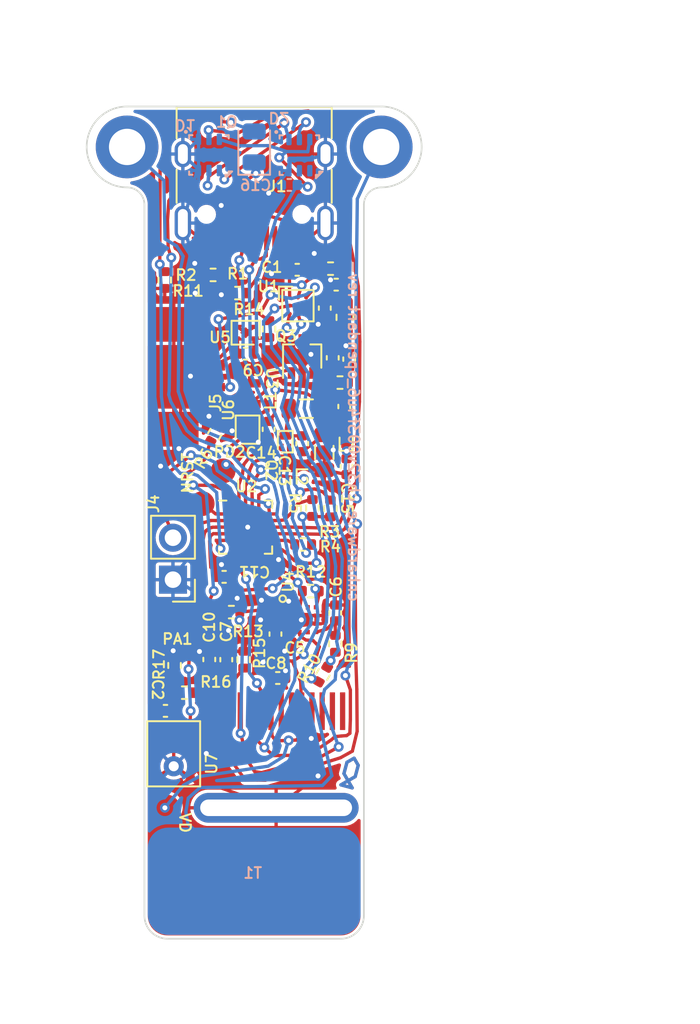
<source format=kicad_pcb>
(kicad_pcb (version 20211014) (generator pcbnew)
  (layers (0 "F.Cu" signal) (31 "B.Cu" signal) (34 "B.Paste" user) (35 "F.Paste" user) (36 "B.SilkS" user "B.Silkscreen") (37 "F.SilkS" user "F.Silkscreen") (38 "B.Mask" user) (39 "F.Mask" user) (44 "Edge.Cuts" user))
  (net 0 "")
  (net 1 "GND")
  (net 2 "VCCMON")
  (net 3 "Net-(C2-Pad2)")
  (net 4 "VDD")
  (net 5 "VD")
  (net 6 "Net-(C7-Pad1)")
  (net 7 "Net-(C9-Pad1)")
  (net 8 "Net-(C9-Pad2)")
  (net 9 "VCC")
  (net 10 "Net-(C13-Pad1)")
  (net 11 "Net-(C13-Pad2)")
  (net 12 "Net-(J1-PadA5)")
  (net 13 "Net-(J1-PadA6)")
  (net 14 "Net-(J1-PadA7)")
  (net 16 "Net-(J1-PadB5)")
  (net 18 "BONUS2")
  (net 19 "SWIO")
  (net 20 "PHOTODIODE")
  (net 21 "T2CH4")
  (net 22 "D-")
  (net 23 "D+")
  (net 24 "USBE")
  (net 25 "PD6")
  (net 26 "SCL")
  (net 27 "SDA")
  (net 28 "Net-(O1-Pad12)")
  (net 29 "OLEDRES")
  (net 30 "BONUS1")
  (net 31 "WSOUT")
  (net 32 "TOUCH")
  (net 33 "Net-(D1-Pad4)")
  (net 37 "ALWYSON")
  (net 39 "TRIG_ON")
  (net 40 "NRST")
  (net 41 "PD2")
  (net 42 "PA1")
  (net 43 "Net-(D1-Pad5)")
  (net 44 "Net-(C3-Pad1)")
  (net 50 "VBUS")
  (net 51 "Net-(C4-Pad1)")
  (net 52 "Net-(C17-Pad1)")
  (net 53 "Net-(C18-Pad2)")
  (net 54 "Net-(Q3-Pad1)")
  (net 55 "+BATT")
  (footprint "Resistor_SMD:R_0402_1005Metric" (layer "F.Cu") (at 102.87 60.3 60)
    (fp_text reference "R10")
    (fp_text value "100k")
  )
  (footprint "Package_BGA:BGA-9_1.6x1.6mm_Layout3x3_P0.5mm" (layer "F.Cu") (at 101.3525 37.9625)
    (fp_text reference "U1")
    (fp_text value "AW32001E-POWER-PATH" hide)
  )
  (footprint "Connector_PinHeader_2.54mm:PinHeader_1x02_P2.54mm_Vertical" (layer "F.Cu") (at 93.78 54.555 180)
    (fp_text reference "J4")
    (fp_text value "PGM")
  )
  (footprint "cnhardware:SAW-SMD2016-2P" (layer "F.Cu") (at 98.42 43.29 -90)
    (fp_text reference "U3")
    (fp_text value "SAW_FILTER_2P" hide)
  )
  (footprint "Capacitor_SMD:C_0402_1005Metric" (layer "F.Cu") (at 103.61 56.57 90)
    (fp_text reference "C6")
    (fp_text value "0.1u16v")
  )
  (footprint "Capacitor_SMD:C_0402_1005Metric" (layer "F.Cu") (at 104.46 41.2 90)
    (fp_text reference "C17" hide)
    (fp_text value "15pF")
  )
  (footprint "Capacitor_SMD:C_0402_1005Metric" (layer "F.Cu") (at 96.88 54.385 180)
    (fp_text reference "C11")
    (fp_text value "2.2u16v")
  )
  (footprint "Inductor_SMD:L_0603_1608Metric" (layer "F.Cu") (at 104.2 38.67 90)
    (fp_text reference "L3" hide)
    (fp_text value "47nH")
  )
  (footprint "MountingHole:MountingHole_2.2mm_M2_DIN965_Pad" (layer "F.Cu") (at 106.4 28.35)
    (fp_text reference "J3" hide)
    (fp_text value "BONUS")
  )
  (footprint "Resistor_SMD:R_0402_1005Metric" (layer "F.Cu") (at 94.475 61.4)
    (fp_text reference "R16")
    (fp_text value "243k")
  )
  (footprint "SOUHAN-Battery-1.25mm-SMT:SOUHAN-Battery-1.25mm-SMT" (layer "F.Cu") (at 96.13 42.27 90)
    (fp_text reference "J5")
    (fp_text value "BATT")
  )
  (footprint "Resistor_SMD:R_0402_1005Metric" (layer "F.Cu") (at 98.06 59.4 90)
    (fp_text reference "R15")
    (fp_text value "560k")
  )
  (footprint "Capacitor_SMD:C_0402_1005Metric" (layer "F.Cu") (at 99.575 45.45 -90)
    (fp_text reference "C14")
    (fp_text value "0.1u16v")
  )
  (footprint "Inductor_SMD:L_0805_2012Metric" (layer "F.Cu") (at 102.95 46.85 -90)
    (fp_text reference "L2")
    (fp_text value "4.7uH")
  )
  (footprint "Capacitor_SMD:C_0402_1005Metric" (layer "F.Cu") (at 101.61 46.325 -90)
    (fp_text reference "C13")
    (fp_text value "4.7u16v")
  )
  (footprint "Capacitor_SMD:C_0402_1005Metric" (layer "F.Cu") (at 101.31 35.79)
    (fp_text reference "C1")
    (fp_text value "2.2u16v" hide)
  )
  (footprint "Capacitor_SMD:C_0402_1005Metric" (layer "F.Cu") (at 98.18 40.87 180)
    (fp_text reference "C9")
    (fp_text value "0.1u16v")
  )
  (footprint "Package_TO_SOT_SMD:SOT-323_SC-70" (layer "F.Cu") (at 101.61 41.04 90)
    (fp_text reference "Q3")
    (fp_text value "2SC4083/L2SC4083" hide)
  )
  (footprint "Capacitor_SMD:C_0402_1005Metric" (layer "F.Cu") (at 104.16 44.07 90)
    (fp_text reference "C12" hide)
    (fp_text value "10u")
  )
  (footprint "Capacitor_SMD:C_0402_1005Metric" (layer "F.Cu") (at 99.99 57.85 -90)
    (fp_text reference "C5")
    (fp_text value "0.1u16v" hide)
  )
  (footprint "Resistor_SMD:R_0402_1005Metric" (layer "F.Cu") (at 93.28 36.41 90)
    (fp_text reference "R11")
    (fp_text value "NP")
  )
  (footprint "Resistor_SMD:R_0402_1005Metric" (layer "F.Cu") (at 93.875 59.75 90)
    (fp_text reference "R17")
    (fp_text value "100k")
  )
  (footprint "Resistor_SMD:R_0402_1005Metric" (layer "F.Cu") (at 102.13 55.25)
    (fp_text reference "R12")
    (fp_text value "10k")
  )
  (footprint "GOERTEK-S08OB383-031-MemsMic:GOERTEK-S08OB383-031-MemsMic" (layer "F.Cu") (at 93.825 65.855)
    (fp_text reference "U7")
    (fp_text value "S08OB383-031")
  )
  (footprint "Resistor_SMD:R_0402_1005Metric" (layer "F.Cu") (at 97.7 37.2)
    (fp_text reference "R1")
    (fp_text value "5.1k")
  )
  (footprint "MountingHole:MountingHole_2.2mm_M2_DIN965_Pad" (layer "F.Cu") (at 91 28.35)
    (fp_text reference "J2" hide)
    (fp_text value "BONUS")
  )
  (footprint "Capacitor_SMD:C_0402_1005Metric" (layer "F.Cu") (at 97.01 59.4 90)
    (fp_text reference "C7")
    (fp_text value "2.2u16v")
  )
  (footprint "Resistor_SMD:R_0402_1005Metric" (layer "F.Cu") (at 96.21 36.1)
    (fp_text reference "R2")
    (fp_text value "5.1k")
  )
  (footprint "DFN1006:DFN1006" (layer "F.Cu") (at 104.275 45.95 90)
    (fp_text reference "D3" hide)
    (fp_text value "350mV@100mA" hide)
  )
  (footprint "Resistor_SMD:R_0402_1005Metric" (layer "F.Cu") (at 99.6 39.38 90)
    (fp_text reference "R14")
    (fp_text value "100" hide)
  )
  (footprint "Resistor_SMD:R_0402_1005Metric" (layer "F.Cu") (at 96.31 45.74 60)
    (fp_text reference "R6")
    (fp_text value "24.3k")
  )
  (footprint "Resistor_SMD:R_0402_1005Metric" (layer "F.Cu") (at 103.33 35.72)
    (fp_text reference "R8" hide)
    (fp_text value "10" hide)
  )
  (footprint "RB0091E1401A-OLED-128x32:RB0091E1401A-OLED-128x32_FLIP" (layer "F.Cu") (at 100.03 54.47 180)
    (fp_text reference "O1" hide)
    (fp_text value "RB0091E1401A-OLED-128x32")
  )
  (footprint "Capacitor_SMD:C_0402_1005Metric" (layer "F.Cu") (at 93.325 62.5 180)
    (fp_text reference "C2")
    (fp_text value "0.1u16v")
  )
  (footprint "Capacitor_SMD:C_0402_1005Metric" (layer "F.Cu") (at 100.13 60.51)
    (fp_text reference "C8")
    (fp_text value "0.1u16v")
  )
  (footprint "Capacitor_SMD:C_0402_1005Metric" (layer "F.Cu") (at 102.98 38.11 -90)
    (fp_text reference "C3" hide)
    (fp_text value "1u")
  )
  (footprint "xdfn_reg:xdfn-reg" (layer "F.Cu") (at 98.19 39.6 90)
    (fp_text reference "U5")
    (fp_text value "XB6042Q2SV-L" hide)
  )
  (footprint "Capacitor_SMD:C_0402_1005Metric" (layer "F.Cu") (at 104.3 47.71 -90)
    (fp_text reference "C15")
    (fp_text value "4.7u16v")
  )
  (footprint "GeneralPad:GeneralPad-Round-1.5mm" (layer "F.Cu") (at 96.82 47.97)
    (fp_text reference "J7" hide)
    (fp_text value "PD2")
  )
  (footprint "Connector_USB:USB_C_Receptacle_HRO_TYPE-C-31-M-12" (layer "F.Cu") (at 98.7 29.83 180)
    (fp_text reference "J1")
    (fp_text value "USB_C_Receptacle_USB2.0")
  )
  (footprint "Resistor_SMD:R_0402_1005Metric" (layer "F.Cu") (at 103.62 58.44 90)
    (fp_text reference "R9")
    (fp_text value "0")
  )
  (footprint "xdfn_reg:xdfn-reg" (layer "F.Cu") (at 98.3 45.475)
    (fp_text reference "U6")
    (fp_text value "RS3236-3.3YUTDN4" hide)
  )
  (footprint "Resistor_SMD:R_0402_1005Metric" (layer "F.Cu") (at 97.32 56.52 180)
    (fp_text reference "R13")
    (fp_text value "10k")
  )
  (footprint "Inductor_SMD:L_0805_2012Metric" (layer "F.Cu") (at 101.86 44.2 180)
    (fp_text reference "L1")
    (fp_text value "4.7uH")
  )
  (footprint "GeneralPad:GeneralPad-Round-1.5mm" (layer "F.Cu") (at 93.42 68.33 90)
    (fp_text reference "J8" hide)
    (fp_text value "VD")
  )
  (footprint "GeneralPad:GeneralPad-Round-1.5mm" (layer "F.Cu") (at 95.55 49.95)
    (fp_text reference "J9" hide)
    (fp_text value "NRST")
  )
  (footprint "Capacitor_SMD:C_0402_1005Metric" (layer "F.Cu") (at 103.67 36.69)
    (fp_text reference "C18" hide)
    (fp_text value "0.1u16v")
  )
  (footprint "GeneralPad:GeneralPad-Round-1.5mm" (layer "F.Cu") (at 93.71 56.78 90)
    (fp_text reference "J6" hide)
    (fp_text value "PA1")
  )
  (footprint "Capacitor_SMD:C_0402_1005Metric" (layer "F.Cu") (at 103.46 41.12 -90)
    (fp_text reference "C4" hide)
    (fp_text value "6pF")
  )
  (footprint "DFN-3L-1x0.6:DFN-3L-1x0.6" (layer "F.Cu") (at 100.585 46.2 -90)
    (fp_text reference "Q2")
    (fp_text value "NMOS")
  )
  (footprint "Capacitor_SMD:C_0402_1005Metric" (layer "F.Cu") (at 95.98 59.39 90)
    (fp_text reference "C10")
    (fp_text value "0.1u16v")
  )
  (footprint "Resistor_SMD:R_0402_1005Metric" (layer "F.Cu") (at 103.32 50.245 -90)
    (fp_text reference "R3")
    (fp_text value "22")
  )
  (footprint "Swadge_Parts:QMA6981" (layer "F.Cu") (at 101.7 56.98)
    (fp_text reference "U4")
    (fp_text value "QMA7981")
  )
  (footprint "Resistor_SMD:R_0402_1005Metric" (layer "F.Cu") (at 101.67 52.425 180)
    (fp_text reference "R4")
    (fp_text value "22")
  )
  (footprint "Package_DFN_QFN:QFN-20-1EP_3x3mm_P0.4mm_EP1.65x1.65mm" (layer "F.Cu") (at 98.18 51.375)
    (fp_text reference "U2")
    (fp_text value "CH32V003F4U6")
  )
  (footprint "Resistor_SMD:R_0402_1005Metric" (layer "F.Cu") (at 102.23 50.215 -90)
    (fp_text reference "R5")
    (fp_text value "1.5k")
  )
  (footprint "Resistor_SMD:R_0402_1005Metric" (layer "F.Cu") (at 103.9 42.62)
    (fp_text reference "R7" hide)
    (fp_text value "100")
  )
  (footprint "WS2816-2121:WS2816-2121" (layer "B.Cu") (at 95.96 28.84 90)
    (fp_text reference "D1")
    (fp_text value "WS2816C-2121" hide)
  )
  (footprint "touchpads:touchpad_10x6.5mm_retircle" (layer "B.Cu") (at 98.61 72.82 180)
    (fp_text reference "T1")
    (fp_text value "TOUCHPAD")
  )
  (footprint "WS2816-2121:WS2816-2121" (layer "B.Cu") (at 101.44 28.85 90)
    (fp_text reference "D2")
    (fp_text value "WS2816C-2121" hide)
  )
  (footprint "Diode_SMD:D_0805_2012Metric" (layer "B.Cu") (at 98.7 28.35 90)
    (fp_text reference "Q1")
    (fp_text value "Q_Photo_NPN")
  )
  (footprint "Capacitor_SMD:C_0402_1005Metric" (layer "B.Cu") (at 100.83 30.65 180)
    (fp_text reference "C16")
    (fp_text value "0.1u16v")
  )
  (gr_line (start 105.35 31.85) (end 105.35 74.9) (layer "Edge.Cuts") (width 0.1))
  (gr_arc (start 91 30.8) (mid 89.267588 30.082412) (end 88.55 28.35) (layer "Edge.Cuts") (width 0.1))
  (gr_arc (start 91 30.8) (mid 91.742462 31.107538) (end 92.05 31.85) (layer "Edge.Cuts") (width 0.1))
  (gr_arc (start 105.35 74.9) (mid 104.939949 75.889949) (end 103.95 76.3) (layer "Edge.Cuts") (width 0.1))
  (gr_arc (start 93.45 76.3) (mid 92.460051 75.889949) (end 92.05 74.9) (layer "Edge.Cuts") (width 0.1))
  (gr_arc (start 106.4 25.9) (mid 108.132412 26.617588) (end 108.85 28.35) (layer "Edge.Cuts") (width 0.1))
  (gr_arc (start 88.55 28.35) (mid 89.267588 26.617588) (end 91 25.9) (layer "Edge.Cuts") (width 0.1))
  (gr_arc (start 105.35 31.85) (mid 105.657538 31.107538) (end 106.4 30.8) (layer "Edge.Cuts") (width 0.1))
  (gr_line (start 106.4 25.9) (end 91 25.9) (layer "Edge.Cuts") (width 0.1))
  (gr_arc (start 108.85 28.35) (mid 108.132412 30.082412) (end 106.4 30.8) (layer "Edge.Cuts") (width 0.1))
  (gr_line (start 103.95 76.3) (end 93.45 76.3) (layer "Edge.Cuts") (width 0.1))
  (gr_line (start 92.05 31.85) (end 92.05 74.9) (layer "Edge.Cuts") (width 0.1))
  (gr_text "cnhardware ch32v003f4u6_opendant rev-" (at 104.73 45.55 -90) (layer "B.SilkS") (effects (font (size 0.65 0.65) (thickness 0.12)) (justify mirror)))
  (segment (start 104.640481 67.164038) (end 104.140481 66.298013) (width 0.2) (layer "F.Cu") (net 0))
  (segment (start 104.756508 65.365) (end 105.006506 65.798013) (width 0.2) (layer "F.Cu") (net 0))
  (segment (start 104.323494 65.615) (end 104.756508 65.365) (width 0.2) (layer "F.Cu") (net 0))
  (segment (start 104.140481 66.298013) (end 104.323494 65.615) (width 0.2) (layer "F.Cu") (net 0))
  (segment (start 105.006506 65.798013) (end 104.823494 66.481026) (width 0.2) (layer "F.Cu") (net 0))
  (segment (start 103.957469 66.981026) (end 104.640481 67.164038) (width 0.2) (layer "F.Cu") (net 0))
  (segment (start 104.823494 66.481026) (end 103.957469 66.981026) (width 0.2) (layer "F.Cu") (net 0))
  (segment (start 104.640481 67.164038) (end 104.140481 66.298013) (width 0.2) (layer "B.Cu") (net 0))
  (segment (start 103.957469 66.981026) (end 104.640481 67.164038) (width 0.2) (layer "B.Cu") (net 0))
  (segment (start 104.323494 65.615) (end 104.756508 65.365) (width 0.2) (layer "B.Cu") (net 0))
  (segment (start 105.006506 65.798013) (end 104.823494 66.481026) (width 0.2) (layer "B.Cu") (net 0))
  (segment (start 104.140481 66.298013) (end 104.323494 65.615) (width 0.2) (layer "B.Cu") (net 0))
  (segment (start 104.756508 65.365) (end 105.006506 65.798013) (width 0.2) (layer "B.Cu") (net 0))
  (segment (start 104.823494 66.481026) (end 103.957469 66.981026) (width 0.2) (layer "B.Cu") (net 0))
  (segment (start 98.01 44.48) (end 98.25 44.45) (width 0.2) (layer "F.Cu") (net 1))
  (segment (start 101.55 47.625) (end 102.925 47.9125) (width 0.2) (layer "F.Cu") (net 1))
  (segment (start 92.825 66.495) (end 93.825 65.855) (width 0.2) (layer "F.Cu") (net 1))
  (segment (start 102.57 54.19) (end 102.618529 54.191471) (width 0.2) (layer "F.Cu") (net 1))
  (segment (start 93.03 47.68) (end 94.14 46.62) (width 0.2) (layer "F.Cu") (net 1))
  (segment (start 100.02 58.33) (end 100.55 58.88) (width 0.2) (layer "F.Cu") (net 1))
  (segment (start 96.73 51.775) (end 96.22 51.77) (width 0.2) (layer "F.Cu") (net 1))
  (segment (start 98.175 38.025) (end 97.17 37.95) (width 0.2) (layer "F.Cu") (net 1))
  (segment (start 99.24 59.55) (end 98.7 58.81) (width 0.2) (layer "F.Cu") (net 1))
  (segment (start 98.19 42.6) (end 97.81 43.24) (width 0.2) (layer "F.Cu") (net 1))
  (segment (start 101.95 33.935) (end 103.02 33.02) (width 0.2) (layer "F.Cu") (net 1))
  (segment (start 100.925 47.225) (end 100.07 47.23) (width 0.2) (layer "F.Cu") (net 1))
  (segment (start 100.36 61.27) (end 100.61 60.42) (width 0.2) (layer "F.Cu") (net 1))
  (segment (start 98.3 45.475) (end 98.65 45.975) (width 0.2) (layer "F.Cu") (net 1))
  (segment (start 99.75 36.025) (end 99.175 36.875) (width 0.2) (layer "F.Cu") (net 1))
  (segment (start 92.98 36.9) (end 95.125 37.2) (width 0.2) (layer "F.Cu") (net 1))
  (segment (start 98.95 46.225) (end 99.575 45.93) (width 0.2) (layer "F.Cu") (net 1))
  (segment (start 94.25 45.45) (end 94.14 46.62) (width 0.2) (layer "F.Cu") (net 1))
  (segment (start 97.19 37.2) (end 96.71 37.3) (width 0.2) (layer "F.Cu") (net 1))
  (segment (start 100.345 62.47) (end 100.36 61.27) (width 0.2) (layer "F.Cu") (net 1))
  (segment (start 100.18 53.34) (end 101 53.76) (width 0.2) (layer "F.Cu") (net 1))
  (segment (start 103.23 54.21) (end 103.71 54.6) (width 0.2) (layer "F.Cu") (net 1))
  (segment (start 102.618529 54.191471) (end 102.61 54.33) (width 0.2) (layer "F.Cu") (net 1))
  (segment (start 96.05 51.91) (end 96.01 52.16) (width 0.2) (layer "F.Cu") (net 1))
  (segment (start 102.01 54.13) (end 102.45 54.14) (width 0.2) (layer "F.Cu") (net 1))
  (segment (start 95.125 37.2) (end 94.25 39.1) (width 0.2) (layer "F.Cu") (net 1))
  (segment (start 94.84 42.23) (end 96.15 42.23) (width 0.2) (layer "F.Cu") (net 1))
  (segment (start 96.01 52.16) (end 96.05 53.27) (width 0.2) (layer "F.Cu") (net 1))
  (segment (start 102.45 54.14) (end 102.57 54.19) (width 0.2) (layer "F.Cu") (net 1))
  (segment (start 98.7 58.81) (end 98.06 58.89) (width 0.2) (layer "F.Cu") (net 1))
  (segment (start 95.96 44.66) (end 94.25 45.45) (width 0.2) (layer "F.Cu") (net 1))
  (segment (start 98.95 37.825) (end 98.175 38.025) (width 0.2) (layer "F.Cu") (net 1))
  (segment (start 97.39 51.775) (end 96.73 51.775) (width 0.2) (layer "F.Cu") (net 1))
  (segment (start 101.57 41.79) (end 101.69 41.39) (width 0.2) (layer "F.Cu") (net 1))
  (segment (start 97.69 39.25) (end 98.19 39.6) (width 0.2) (layer "F.Cu") (net 1))
  (segment (start 97.36 45.54) (end 97.52 44.91) (width 0.2) (layer "F.Cu") (net 1))
  (segment (start 97.2 37.35) (end 96.71 37.3) (width 0.2) (layer "F.Cu") (net 1))
  (segment (start 97.94 55.62) (end 97.67 55.68) (width 0.2) (layer "F.Cu") (net 1))
  (segment (start 101.56 56.99) (end 102.45 57.23) (width 0.2) (layer "F.Cu") (net 1))
  (segment (start 94.25 39.1) (end 94.25 45.45) (width 0.2) (layer "F.Cu") (net 1))
  (segment (start 97.57 44.65) (end 97.74 44.54) (width 0.2) (layer "F.Cu") (net 1))
  (segment (start 104.16 43.59) (end 104.41 42.62) (width 0.2) (layer "F.Cu") (net 1))
  (segment (start 103.51 43.28) (end 103.06 43.25) (width 0.2) (layer "F.Cu") (net 1))
  (segment (start 97.74 44.54) (end 98.01 44.48) (width 0.2) (layer "F.Cu") (net 1))
  (segment (start 99.22 44.45) (end 99.38 44.35) (width 0.2) (layer "F.Cu") (net 1))
  (segment (start 101.79 35.79) (end 102.34 34.8) (width 0.2) (layer "F.Cu") (net 1))
  (segment (start 100.03 68.37) (end 94.825 66.495) (width 0.2) (layer "F.Cu") (net 1))
  (segment (start 97.26 39.23) (end 97.69 39.25) (width 0.2) (layer "F.Cu") (net 1))
  (segment (start 97.16 43.6) (end 95.96 44.66) (width 0.2) (layer "F.Cu") (net 1))
  (segment (start 102.58 39.09) (end 103.18 38.59) (width 0.2) (layer "F.Cu") (net 1))
  (segment (start 104.46 40.72) (end 104.26 40.39) (width 0.2) (layer "F.Cu") (net 1))
  (segment (start 100.95 57.73) (end 100.02 58.33) (width 0.2) (layer "F.Cu") (net 1))
  (segment (start 102.45 57.23) (end 102.45 56.73) (width 0.2) (layer "F.Cu") (net 1))
  (segment (start 97.81 43.24) (end 97.16 43.6) (width 0.2) (layer "F.Cu") (net 1))
  (segment (start 95.71 36.61) (end 95.7 36.1) (width 0.2) (layer "F.Cu") (net 1))
  (segment (start 98.61 44.45) (end 99.05 44.46) (width 0.2) (layer "F.Cu") (net 1))
  (segment (start 100.81 46.55) (end 100.925 47.225) (width 0.2) (layer "F.Cu") (net 1))
  (segment (start 103.19 36.69) (end 103.33 36.4) (width 0.2) (layer "F.Cu") (net 1))
  (segment (start 101.6 54.06) (end 102.01 54.13) (width 0.2) (layer "F.Cu") (net 1))
  (segment (start 97.17 37.95) (end 96.71 37.3) (width 0.2) (layer "F.Cu") (net 1))
  (segment (start 99.05 44.46) (end 99.22 44.45) (width 0.2) (layer "F.Cu") (net 1))
  (segment (start 93.875 59.24) (end 93.791964 58.858036) (width 0.2) (layer "F.Cu") (net 1))
  (segment (start 96.22 51.77) (end 96.05 51.91) (width 0.2) (layer "F.Cu") (net 1))
  (segment (start 98.19 39.6) (end 98.69 39.25) (width 0.2) (layer "F.Cu") (net 1))
  (segment (start 97.15 57.63) (end 98.4 57.92) (width 0.2) (layer "F.Cu") (net 1))
  (segment (start 104.16 43.59) (end 103.51 43.28) (width 0.2) (layer "F.Cu") (net 1))
  (segment (start 94.38 33.02) (end 95.45 33.935) (width 0.2) (layer "F.Cu") (net 1))
  (segment (start 93.825 63.755) (end 93.825 65.855) (width 0.2) (layer "F.Cu") (net 1))
  (segment (start 102.95 47.9125) (end 104.3 48.19) (width 0.2) (layer "F.Cu") (net 1))
  (segment (start 96.3 36.88) (end 96.13 36.9) (width 0.2) (layer "F.Cu") (net 1))
  (segment (start 95.7 36.1) (end 95.45 33.935) (width 0.2) (layer "F.Cu") (net 1))
  (segment (start 99.14 55.8) (end 97.94 55.62) (width 0.2) (layer "F.Cu") (net 1))
  (segment (start 101 53.76) (end 101.6 54.06) (width 0.2) (layer "F.Cu") (net 1))
  (segment (start 96.72 53.64) (end 96.4 54.385) (width 0.2) (layer "F.Cu") (net 1))
  (segment (start 100.03 68.37) (end 102.57 66.44) (width 0.2) (layer "F.Cu") (net 1))
  (segment (start 102.34 34.8) (end 101.98 34.78) (width 0.2) (layer "F.Cu") (net 1))
  (segment (start 101.98 34.78) (end 101.95 33.935) (width 0.2) (layer "F.Cu") (net 1))
  (segment (start 100.925 47.225) (end 101.55 47.625) (width 0.2) (layer "F.Cu") (net 1))
  (segment (start 98.31 51.375) (end 97.39 51.775) (width 0.2) (layer "F.Cu") (net 1))
  (segment (start 99.175 36.875) (end 98.95 37.825) (width 0.2) (layer "F.Cu") (net 1))
  (segment (start 96.13 36.9) (end 95.71 36.61) (width 0.2) (layer "F.Cu") (net 1))
  (segment (start 96.15 42.23) (end 97.81 42.15) (width 0.2) (layer "F.Cu") (net 1))
  (segment (start 96.71 37.3) (end 96.3 36.88) (width 0.2) (layer "F.Cu") (net 1))
  (segment (start 103.27 38.59) (end 101.8525 38.4625) (width 0.2) (layer "F.Cu") (net 1))
  (segment (start 101.67 42.65) (end 101.57 41.79) (width 0.2) (layer "F.Cu") (net 1))
  (segment (start 102.95 47.9125) (end 103.49 46.7) (width 0.2) (layer "F.Cu") (net 1))
  (segment (start 99.09 56.99) (end 98.4 57.92) (width 0.2) (layer "F.Cu") (net 1))
  (segment (start 100.95 56.23) (end 100.79 55.86) (width 0.2) (layer "F.Cu") (net 1))
  (segment (start 102.35 42.92) (end 101.67 42.65) (width 0.2) (layer "F.Cu") (net 1))
  (segment (start 96.05 53.27) (end 96.4 54.385) (width 0.2) (layer "F.Cu") (net 1))
  (segment (start 95.98 58.91) (end 97.01 58.92) (width 0.2) (layer "F.Cu") (net 1))
  (segment (start 98.06 58.89) (end 97.01 58.92) (width 0.2) (layer "F.Cu") (net 1))
  (segment (start 96.70301 31.89301) (end 97.27 31.66) (width 0.2) (layer "F.Cu") (net 1))
  (segment (start 102.618529 54.191471) (end 103.23 54.21) (width 0.2) (layer "F.Cu") (net 1))
  (segment (start 98.4 57.92) (end 98.06 58.89) (width 0.2) (layer "F.Cu") (net 1))
  (segment (start 103.06 43.25) (end 102.35 42.92) (width 0.2) (layer "F.Cu") (net 1))
  (segment (start 97.52 44.91) (end 97.57 44.65) (width 0.2) (layer "F.Cu") (net 1))
  (segment (start 94.825 66.495) (end 93.825 65.855) (width 0.2) (layer "F.Cu") (net 1))
  (segment (start 97.27 31.66) (end 99.58 31.15) (width 0.2) (layer "F.Cu") (net 1))
  (segment (start 98.65 45.975) (end 99.575 45.93) (width 0.2) (layer "F.Cu") (net 1))
  (segment (start 98.25 44.45) (end 98.61 44.45) (width 0.2) (layer "F.Cu") (net 1))
  (segment (start 97.81 42.15) (end 98.19 42.6) (width 0.2) (layer "F.Cu") (net 1))
  (segment (start 101.69 41.39) (end 102.14 40.91) (width 0.2) (layer "F.Cu") (net 1))
  (segment (start 100.61 60.42) (end 100.6 60.07) (width 0.2) (layer "F.Cu") (net 1))
  (via (at 99.24 59.55) (size 0.6) (drill 0.3) (layers "F.Cu" "B.Cu") (net 1))
  (via (at 100.07 47.23) (size 0.6) (drill 0.3) (layers "F.Cu" "B.Cu") (net 1))
  (via (at 93.03 47.68) (size 0.6) (drill 0.3) (layers "F.Cu" "B.Cu") (net 1))
  (via (at 98.31 51.375) (size 0.6) (drill 0.3) (layers "F.Cu" "B.Cu") (net 1))
  (via (at 102.58 39.09) (size 0.6) (drill 0.3) (layers "F.Cu" "B.Cu") (net 1))
  (via (at 93.791964 58.858036) (size 0.6) (drill 0.3) (layers "F.Cu" "B.Cu") (net 1))
  (via (at 97.36 45.54) (size 0.6) (drill 0.3) (layers "F.Cu" "B.Cu") (net 1))
  (via (at 102.61 54.33) (size 0.6) (drill 0.3) (layers "F.Cu" "B.Cu") (net 1))
  (via (at 95.125 37.2) (size 0.6) (drill 0.3) (layers "F.Cu" "B.Cu") (net 1))
  (via (at 100.18 53.34) (size 0.6) (drill 0.3) (layers "F.Cu" "B.Cu") (net 1))
  (via (at 102.16 64.17) (size 0.6) (drill 0.3) (layers "F.Cu" "B.Cu") (net 1))
  (via (at 95.8 65.08) (size 0.6) (drill 0.3) (layers "F.Cu" "B.Cu") (net 1))
  (via (at 102.14 40.91) (size 0.6) (drill 0.3) (layers "F.Cu" "B.Cu") (net 1))
  (via (at 94.84 42.23) (size 0.6) (drill 0.3) (layers "F.Cu" "B.Cu") (net 1))
  (via (at 99.14 55.8) (size 0.6) (drill 0.3) (layers "F.Cu" "B.Cu") (net 1))
  (via (at 95.96 44.66) (size 0.6) (drill 0.3) (layers "F.Cu" "B.Cu") (net 1))
  (via (at 99.75 36.025) (size 0.6) (drill 0.3) (layers "F.Cu" "B.Cu") (net 1))
  (via (at 104.26 40.39) (size 0.6) (drill 0.3) (layers "F.Cu" "B.Cu") (net 1))
  (via (at 102.57 66.44) (size 0.6) (drill 0.3) (layers "F.Cu" "B.Cu") (net 1))
  (via (at 100.55 58.88) (size 0.6) (drill 0.3) (layers "F.Cu" "B.Cu") (net 1))
  (via (at 98.95 46.225) (size 0.6) (drill 0.3) (layers "F.Cu" "B.Cu") (net 1))
  (via (at 95.1 35.4) (size 0.6) (drill 0.3) (layers "F.Cu" "B.Cu") (net 1))
  (via (at 94.14 46.62) (size 0.6) (drill 0.3) (layers "F.Cu" "B.Cu") (net 1))
  (via (at 103.49 46.7) (size 0.6) (drill 0.3) (layers "F.Cu" "B.Cu") (net 1))
  (via (at 96.72 53.64) (size 0.6) (drill 0.3) (layers "F.Cu" "B.Cu") (net 1))
  (via (at 102.34 34.8) (size 0.6) (drill 0.3) (layers "F.Cu" "B.Cu") (net 1))
  (via (at 97.15 57.63) (size 0.6) (drill 0.3) (layers "F.Cu" "B.Cu") (net 1))
  (via (at 95.385505 58.904495) (size 0.6) (drill 0.3) (layers "F.Cu" "B.Cu") (net 1))
  (via (at 97.67 55.68) (size 0.6) (drill 0.3) (layers "F.Cu" "B.Cu") (net 1))
  (via (at 100.79 55.86) (size 0.6) (drill 0.3) (layers "F.Cu" "B.Cu") (net 1))
  (via (at 96.70301 31.89301) (size 0.6) (drill 0.3) (layers "F.Cu" "B.Cu") (net 1))
  (via (at 100.6 60.07) (size 0.6) (drill 0.3) (layers "F.Cu" "B.Cu") (net 1))
  (via (at 99.09 56.99) (size 0.6) (drill 0.3) (layers "F.Cu" "B.Cu") (net 1))
  (via (at 99.58 31.15) (size 0.6) (drill 0.3) (layers "F.Cu" "B.Cu") (net 1))
  (via (at 103.33 36.4) (size 0.6) (drill 0.3) (layers "F.Cu" "B.Cu") (net 1))
  (via (at 101.56 56.99) (size 0.6) (drill 0.3) (layers "F.Cu" "B.Cu") (net 1))
  (via (at 96.71 37.3) (size 0.6) (drill 0.3) (layers "F.Cu" "B.Cu") (net 1))
  (segment (start 94.38 33.02) (end 94.842216 31.267216) (width 0.2) (layer "B.Cu") (net 1))
  (segment (start 100.79 55.86) (end 99.5 55.84) (width 0.2) (layer "B.Cu") (net 1))
  (segment (start 100.34 60.55) (end 98.9 63.6) (width 0.2) (layer "B.Cu") (net 1))
  (segment (start 100.55 58.88) (end 99.24 59.55) (width 0.2) (layer "B.Cu") (net 1))
  (segment (start 99.5 55.84) (end 99.11 55.72) (width 0.2) (layer "B.Cu") (net 1))
  (segment (start 96.72 53.64) (end 98.151027 51.656027) (width 0.2) (layer "B.Cu") (net 1))
  (segment (start 102.22 29.03) (end 103.02 28.84) (width 0.2) (layer "B.Cu") (net 1))
  (segment (start 100.61 50.9) (end 100.82 51.5) (width 0.2) (layer "B.Cu") (net 1))
  (segment (start 95.55 47.77) (end 96.8 48.85) (width 0.2) (layer "B.Cu") (net 1))
  (segment (start 93.78 54.425) (end 95.14 52.7) (width 0.2) (layer "B.Cu") (net 1))
  (segment (start 103.33 36.4) (end 102.34 34.8) (width 0.2) (layer "B.Cu") (net 1))
  (segment (start 101.81 53.75) (end 101.41 53.56) (width 0.2) (layer "B.Cu") (net 1))
  (segment (start 101.56 56.99) (end 100.56 57.14) (width 0.2) (layer "B.Cu") (net 1))
  (segment (start 95.1 35.4) (end 94.38 33.02) (width 0.2) (layer "B.Cu") (net 1))
  (segment (start 94.07 49.23) (end 93.03 47.68) (width 0.2) (layer "B.Cu") (net 1))
  (segment (start 94.25 47.39) (end 94.63 47.65) (width 0.2) (layer "B.Cu") (net 1))
  (segment (start 100.65 49.94) (end 100.62 50.45) (width 0.2) (layer "B.Cu") (net 1))
  (segment (start 96.18 56.03) (end 93.78 54.425) (width 0.2) (layer "B.Cu") (net 1))
  (segment (start 95.19 50.72) (end 94.07 49.23) (width 0.2) (layer "B.Cu") (net 1))
  (segment (start 102.57 66.44) (end 102.16 64.17) (width 0.2) (layer "B.Cu") (net 1))
  (segment (start 100.79 55.86) (end 101.56 56.99) (width 0.2) (layer "B.Cu") (net 1))
  (segment (start 102.34 34.8) (end 99.75 36.025) (width 0.2) (layer "B.Cu") (net 1))
  (segment (start 100.91 29.16) (end 101.31 29.03) (width 0.2) (layer "B.Cu") (net 1))
  (segment (start 100.81 29.795) (end 100.91 29.16) (width 0.2) (layer "B.Cu") (net 1))
  (segment (start 100.18 53.34) (end 98.31 51.375) (width 0.2) (layer "B.Cu") (net 1))
  (segment (start 99.07 54.64) (end 99.14 55.8) (width 0.2) (layer "B.Cu") (net 1))
  (segment (start 100.4 49.09) (end 100.65 49.94) (width 0.2) (layer "B.Cu") (net 1))
  (segment (start 99.11 55.72) (end 99.14 55.8) (width 0.2) (layer "B.Cu") (net 1))
  (segment (start 100.62 50.45) (end 100.61 50.9) (width 0.2) (layer "B.Cu") (net 1))
  (segment (start 94.63 47.65) (end 95.55 47.77) (width 0.2) (layer "B.Cu") (net 1))
  (segment (start 100.26 48.39) (end 100.4 49.09) (width 0.2) (layer "B.Cu") (net 1))
  (segment (start 102.61 54.33) (end 102.2 54.17) (width 0.2) (layer "B.Cu") (net 1))
  (segment (start 95.125 37.2) (end 95.1 35.4) (width 0.2) (layer "B.Cu") (net 1))
  (segment (start 96.89 54.76) (end 96.72 53.64) (width 0.2) (layer "B.Cu") (net 1))
  (segment (start 102.2 54.17) (end 101.81 53.75) (width 0.2) (layer "B.Cu") (net 1))
  (segment (start 101.41 53.56) (end 101.14 52.77) (width 0.2) (layer "B.Cu") (net 1))
  (segment (start 100.34 60.55) (end 100.6 60.07) (width 0.2) (layer "B.Cu") (net 1))
  (segment (start 96.8 48.85) (end 98.31 51.375) (width 0.2) (layer "B.Cu") (net 1))
  (segment (start 100.18 53.34) (end 99.07 54.64) (width 0.2) (layer "B.Cu") (net 1))
  (segment (start 94.842216 31.267216) (end 95.27 29.645) (width 0.2) (layer "B.Cu") (net 1))
  (segment (start 99.58 31.15) (end 100.81 29.795) (width 0.2) (layer "B.Cu") (net 1))
  (segment (start 100.07 47.23) (end 98.95 46.225) (width 0.2) (layer "B.Cu") (net 1))
  (segment (start 97.36 45.54) (end 96.23 45.1) (width 0.2) (layer "B.Cu") (net 1))
  (segment (start 100.07 47.23) (end 100.26 48.39) (width 0.2) (layer "B.Cu") (net 1))
  (segment (start 95.14 52.7) (end 95.19 50.72) (width 0.2) (layer "B.Cu") (net 1))
  (segment (start 94.38 28.84) (end 95.27 29.645) (width 0.2) (layer "B.Cu") (net 1))
  (segment (start 100.6 60.07) (end 100.55 58.88) (width 0.2) (layer "B.Cu") (net 1))
  (segment (start 104.29 40.25) (end 103.777596 39.902404) (width 0.2) (layer "B.Cu") (net 1))
  (segment (start 98.151027 51.656027) (end 98.31 51.375) (width 0.2) (layer "B.Cu") (net 1))
  (segment (start 97.67 55.68) (end 96.18 56.03) (width 0.2) (layer "B.Cu") (net 1))
  (segment (start 100.56 57.14) (end 99.09 56.99) (width 0.2) (layer "B.Cu") (net 1))
  (segment (start 98.95 46.225) (end 97.36 45.54) (width 0.2) (layer "B.Cu") (net 1))
  (segment (start 95.33 27.895) (end 94.38 28.84) (width 0.2) (layer "B.Cu") (net 1))
  (segment (start 103.777596 39.902404) (end 102.58 39.09) (width 0.2) (layer "B.Cu") (net 1))
  (segment (start 93.791964 58.858036) (end 95.385505 58.904495) (width 0.2) (layer "B.Cu") (net 1))
  (segment (start 94.14 46.62) (end 94.25 47.39) (width 0.2) (layer "B.Cu") (net 1))
  (segment (start 96.23 45.1) (end 95.96 44.66) (width 0.2) (layer "B.Cu") (net 1))
  (segment (start 93.791964 58.858036) (end 93.78 54.425) (width 0.2) (layer "B.Cu") (net 1))
  (segment (start 96.70301 31.89301) (end 94.842216 31.267216) (width 0.2) (layer "B.Cu") (net 1))
  (segment (start 104.26 40.39) (end 103.777596 39.902404) (width 0.2) (layer "B.Cu") (net 1))
  (segment (start 101.14 52.77) (end 100.82 51.5) (width 0.2) (layer "B.Cu") (net 1))
  (segment (start 101.31 29.03) (end 102.22 29.03) (width 0.2) (layer "B.Cu") (net 1))
  (segment (start 97.67 55.68) (end 96.89 54.76) (width 0.2) (layer "B.Cu") (net 1))
  (segment (start 95.67 53.8) (end 95.59 55.25) (width 0.2) (layer "F.Cu") (net 2))
  (segment (start 95.68 51.76) (end 95.6 52.18) (width 0.2) (layer "F.Cu") (net 2))
  (segment (start 94.25 57.74) (end 93.04 58.21) (width 0.2) (layer "F.Cu") (net 2))
  (segment (start 96.73 51.375) (end 96.18 51.38) (width 0.2) (layer "F.Cu") (net 2))
  (segment (start 93.09 59.88) (end 93.875 60.26) (width 0.2) (layer "F.Cu") (net 2))
  (segment (start 93 58.96) (end 93.09 59.88) (width 0.2) (layer "F.Cu") (net 2))
  (segment (start 95.6 52.18) (end 95.63 53.06) (width 0.2) (layer "F.Cu") (net 2))
  (segment (start 95.78 51.59) (end 95.68 51.76) (width 0.2) (layer "F.Cu") (net 2))
  (segment (start 94.94 57.13) (end 94.25 57.74) (width 0.2) (layer "F.Cu") (net 2))
  (segment (start 95.59 55.25) (end 94.94 57.13) (width 0.2) (layer "F.Cu") (net 2))
  (segment (start 96.18 51.38) (end 95.98 51.44) (width 0.2) (layer "F.Cu") (net 2))
  (segment (start 93.965 61.4) (end 93.805 62.5) (width 0.2) (layer "F.Cu") (net 2))
  (segment (start 93.965 61.4) (end 93.875 60.26) (width 0.2) (layer "F.Cu") (net 2))
  (segment (start 95.63 53.06) (end 95.67 53.8) (width 0.2) (layer "F.Cu") (net 2))
  (segment (start 93.04 58.21) (end 93 58.96) (width 0.2) (layer "F.Cu") (net 2))
  (segment (start 95.98 51.44) (end 95.78 51.59) (width 0.2) (layer "F.Cu") (net 2))
  (segment (start 92.86 63.755) (end 92.845 62.5) (width 0.2) (layer "F.Cu") (net 3))
  (segment (start 98.31 44.83) (end 97.95 44.975) (width 0.2) (layer "F.Cu") (net 4))
  (segment (start 102.24 36.27) (end 102.82 35.82) (width 0.2) (layer "F.Cu") (net 4))
  (segment (start 101.58 36.72) (end 101.95 36.43) (width 0.2) (layer "F.Cu") (net 4))
  (segment (start 101.3525 37.4625) (end 101.58 36.72) (width 0.2) (layer "F.Cu") (net 4))
  (segment (start 99.925 44.55) (end 99.575 44.97) (width 0.2) (layer "F.Cu") (net 4))
  (segment (start 99.983459 43.053459) (end 99.925 44.55) (width 0.2) (layer "F.Cu") (net 4))
  (segment (start 98.65 44.975) (end 98.31 44.83) (width 0.2) (layer "F.Cu") (net 4))
  (segment (start 101.88 43.27) (end 102.9875 44) (width 0.2) (layer "F.Cu") (net 4))
  (segment (start 104.16 44.55) (end 102.9225 44) (width 0.2) (layer "F.Cu") (net 4))
  (segment (start 100.22 28.99) (end 101.94 30.76) (width 0.2) (layer "F.Cu") (net 4))
  (segment (start 99.575 44.97) (end 98.65 44.975) (width 0.2) (layer "F.Cu") (net 4))
  (segment (start 99.983459 43.053459) (end 101.88 43.27) (width 0.2) (layer "F.Cu") (net 4))
  (segment (start 101.95 36.43) (end 102.24 36.27) (width 0.2) (layer "F.Cu") (net 4))
  (via (at 101.58 36.72) (size 0.6) (drill 0.3) (layers "F.Cu" "B.Cu") (net 4))
  (via (at 101.94 30.76) (size 0.6) (drill 0.3) (layers "F.Cu" "B.Cu") (net 4))
  (via (at 100.22 28.99) (size 0.6) (drill 0.3) (layers "F.Cu" "B.Cu") (net 4))
  (via (at 99.983459 43.053459) (size 0.6) (drill 0.3) (layers "F.Cu" "B.Cu") (net 4))
  (segment (start 100.025 32.7) (end 100.725 31.65) (width 0.2) (layer "B.Cu") (net 4))
  (segment (start 98.82 37.32) (end 98.82 36.33) (width 0.2) (layer "B.Cu") (net 4))
  (segment (start 100.67 28.63) (end 101.95 28.64) (width 0.2) (layer "B.Cu") (net 4))
  (segment (start 98.82 36.33) (end 98.97 36.14) (width 0.2) (layer "B.Cu") (net 4))
  (segment (start 96.59 27.895) (end 97.83 28.28) (width 0.2) (layer "B.Cu") (net 4))
  (segment (start 99.983459 43.053459) (end 98.86 40.85) (width 0.2) (layer "B.Cu") (net 4))
  (segment (start 100.725 31.65) (end 101.31 30.65) (width 0.2) (layer "B.Cu") (net 4))
  (segment (start 98.86 40.85) (end 98.82 37.32) (width 0.2) (layer "B.Cu") (net 4))
  (segment (start 101.58 36.72) (end 99.49 36.6) (width 0.2) (layer "B.Cu") (net 4))
  (segment (start 98.97 36.14) (end 100.025 32.7) (width 0.2) (layer "B.Cu") (net 4))
  (segment (start 99.56 28.27) (end 100.67 28.63) (width 0.2) (layer "B.Cu") (net 4))
  (segment (start 97.83 28.28) (end 99.56 28.27) (width 0.2) (layer "B.Cu") (net 4))
  (segment (start 101.94 30.76) (end 101.31 30.65) (width 0.2) (layer "B.Cu") (net 4))
  (segment (start 99.49 36.6) (end 98.82 36.33) (width 0.2) (layer "B.Cu") (net 4))
  (segment (start 101.95 28.64) (end 102.07 27.905) (width 0.2) (layer "B.Cu") (net 4))
  (segment (start 100.67 28.63) (end 100.22 28.99) (width 0.2) (layer "B.Cu") (net 4))
  (segment (start 101.25 64.27) (end 101.56 63.94) (width 0.2) (layer "F.Cu") (net 5))
  (segment (start 100.95 57.23) (end 100.49 57.24) (width 0.2) (layer "F.Cu") (net 5))
  (segment (start 93.53 31.62) (end 93.73 31.3) (width 0.2) (layer "F.Cu") (net 5))
  (segment (start 99.65 60.42) (end 99.76 61.25) (width 0.2) (layer "F.Cu") (net 5))
  (segment (start 95.86 31.31) (end 97.13 31.27) (width 0.2) (layer "F.Cu") (net 5))
  (segment (start 102.45 56.23) (end 102.65 55.37) (width 0.2) (layer "F.Cu") (net 5))
  (segment (start 99.41 57.76) (end 100.02 57.37) (width 0.2) (layer "F.Cu") (net 5))
  (segment (start 97.95 45.975) (end 97.021429 46.671429) (width 0.2) (layer "F.Cu") (net 5))
  (segment (start 99.45 58.79) (end 99.31 58.54) (width 0.2) (layer "F.Cu") (net 5))
  (segment (start 99.76 61.25) (end 99.725 62.47) (width 0.2) (layer "F.Cu") (net 5))
  (segment (start 101.02 59.49) (end 100.75 59.46) (width 0.2) (layer "F.Cu") (net 5))
  (segment (start 93.73 31.3) (end 94.03 31.23) (width 0.2) (layer "F.Cu") (net 5))
  (segment (start 102.404758 55.105242) (end 102.65 55.37) (width 0.2) (layer "F.Cu") (net 5))
  (segment (start 101.52 60.73) (end 101.02 59.49) (width 0.2) (layer "F.Cu") (net 5))
  (segment (start 93.675 35.05) (end 93.49 34.46) (width 0.2) (layer "F.Cu") (net 5))
  (segment (start 100.49 57.24) (end 100.02 57.37) (width 0.2) (layer "F.Cu") (net 5))
  (segment (start 99.45 58.79) (end 99.85 59.19) (width 0.2) (layer "F.Cu") (net 5))
  (segment (start 98.03 55.19) (end 99.817143 55.087143) (width 0.2) (layer "F.Cu") (net 5))
  (segment (start 99.27 58.21) (end 99.41 57.76) (width 0.2) (layer "F.Cu") (net 5))
  (segment (start 99.31 58.54) (end 99.27 58.21) (width 0.2) (layer "F.Cu") (net 5))
  (segment (start 94.03 31.23) (end 95.86 31.31) (width 0.2) (layer "F.Cu") (net 5))
  (segment (start 93.49 34.46) (end 93.45 32.78) (width 0.2) (layer "F.Cu") (net 5))
  (segment (start 93.45 32.78) (end 93.53 31.62) (width 0.2) (layer "F.Cu") (net 5))
  (segment (start 101.56 63.94) (end 101.585 62.47) (width 0.2) (layer "F.Cu") (net 5))
  (segment (start 99.85 59.19) (end 100.05 59.51) (width 0.2) (layer "F.Cu") (net 5))
  (segment (start 101.02 59.49) (end 101.71 59.08) (width 0.2) (layer "F.Cu") (net 5))
  (segment (start 97.38 52.825) (end 97.4 53.44) (width 0.2) (layer "F.Cu") (net 5))
  (segment (start 101.58 62.52) (end 101.52 60.73) (width 0.2) (layer "F.Cu") (net 5))
  (segment (start 99.725 62.47) (end 99.78 64.01) (width 0.2) (layer "F.Cu") (net 5))
  (segment (start 97.4 53.44) (end 97.36 54.385) (width 0.2) (layer "F.Cu") (net 5))
  (segment (start 100.02 64.32) (end 100.394766 64.304766) (width 0.2) (layer "F.Cu") (net 5))
  (segment (start 100.01 59.89) (end 99.65 60.42) (width 0.2) (layer "F.Cu") (net 5))
  (segment (start 96.87 56.31) (end 97.36 54.385) (width 0.2) (layer "F.Cu") (net 5))
  (segment (start 100.05 59.51) (end 100.75 59.46) (width 0.2) (layer "F.Cu") (net 5))
  (segment (start 93.38 68.33) (end 93.29 68.37) (width 0.2) (layer "F.Cu") (net 5))
  (segment (start 100.05 59.51) (end 100.01 59.89) (width 0.2) (layer "F.Cu") (net 5))
  (segment (start 97.36 54.385) (end 97.62 54.92) (width 0.2) (layer "F.Cu") (net 5))
  (segment (start 97.13 31.27) (end 98.8 29.95) (width 0.2) (layer "F.Cu") (net 5))
  (segment (start 99.78 64.01) (end 100.02 64.32) (width 0.2) (layer "F.Cu") (net 5))
  (segment (start 97.62 54.92) (end 98.03 55.19) (width 0.2) (layer "F.Cu") (net 5))
  (segment (start 100.394766 64.304766) (end 101.25 64.27) (width 0.2) (layer "F.Cu") (net 5))
  (via (at 97.021429 46.671429) (size 0.6) (drill 0.3) (layers "F.Cu" "B.Cu") (net 5))
  (via (at 93.29 68.37) (size 0.6) (drill 0.3) (layers "F.Cu" "B.Cu") (net 5))
  (via (at 101.71 59.08) (size 0.6) (drill 0.3) (layers "F.Cu" "B.Cu") (net 5))
  (via (at 100.78875 64.28875) (size 0.6) (drill 0.3) (layers "F.Cu" "B.Cu") (net 5))
  (via (at 93.675 35.05) (size 0.6) (drill 0.3) (layers "F.Cu" "B.Cu") (net 5))
  (via (at 98.8 29.95) (size 0.6) (drill 0.3) (layers "F.Cu" "B.Cu") (net 5))
  (via (at 99.817143 55.087143) (size 0.6) (drill 0.3) (layers "F.Cu" "B.Cu") (net 5))
  (via (at 102.404758 55.105242) (size 0.6) (drill 0.3) (layers "F.Cu" "B.Cu") (net 5))
  (segment (start 100.49 65.26) (end 99.55 65.85) (width 0.2) (layer "B.Cu") (net 5))
  (segment (start 101.31 54.06) (end 100.83 54.31) (width 0.2) (layer "B.Cu") (net 5))
  (segment (start 100 49.14) (end 100.16 49.88) (width 0.2) (layer "B.Cu") (net 5))
  (segment (start 97.98 47.73) (end 98.3 48.01) (width 0.2) (layer "B.Cu") (net 5))
  (segment (start 100.83 54.31) (end 99.817143 55.087143) (width 0.2) (layer "B.Cu") (net 5))
  (segment (start 100.16 49.88) (end 100.07 50.65) (width 0.2) (layer "B.Cu") (net 5))
  (segment (start 93.525 43.35) (end 93.55 43.1) (width 0.2) (layer "B.Cu") (net 5))
  (segment (start 93.65 37.425) (end 93.675 35.05) (width 0.2) (layer "B.Cu") (net 5))
  (segment (start 97.021429 46.671429) (end 97.98 47.73) (width 0.2) (layer "B.Cu") (net 5))
  (segment (start 101.71 59.08) (end 102.51 57.44) (width 0.2) (layer "B.Cu") (net 5))
  (segment (start 93.65 43.775) (end 93.525 43.35) (width 0.2) (layer "B.Cu") (net 5))
  (segment (start 99.55 48.48) (end 99.87 48.71) (width 0.2) (layer "B.Cu") (net 5))
  (segment (start 102.57 56.82) (end 102.404758 55.105242) (width 0.2) (layer "B.Cu") (net 5))
  (segment (start 98.99 48.54) (end 99.44 48.41) (width 0.2) (layer "B.Cu") (net 5))
  (segment (start 95.16 46) (end 94.62 45.53) (width 0.2) (layer "B.Cu") (net 5))
  (segment (start 97.021429 46.671429) (end 96.4 46.5) (width 0.2) (layer "B.Cu") (net 5))
  (segment (start 93.55 43.1) (end 93.65 37.425) (width 0.2) (layer "B.Cu") (net 5))
  (segment (start 100.07 50.65) (end 100.54 51.97) (width 0.2) (layer "B.Cu") (net 5))
  (segment (start 94.62 45.53) (end 93.65 43.775) (width 0.2) (layer "B.Cu") (net 5))
  (segment (start 98.68 48.39) (end 98.99 48.54) (width 0.2) (layer "B.Cu") (net 5))
  (segment (start 100.54 51.97) (end 100.9 53.65) (width 0.2) (layer "B.Cu") (net 5))
  (segment (start 101.77 54.28) (end 101.31 54.06) (width 0.2) (layer "B.Cu") (net 5))
  (segment (start 102.404758 55.105242) (end 101.77 54.28) (width 0.2) (layer "B.Cu") (net 5))
  (segment (start 98.3 48.01) (end 98.68 48.39) (width 0.2) (layer "B.Cu") (net 5))
  (segment (start 99.55 65.85) (end 95.36 66.48) (width 0.2) (layer "B.Cu") (net 5))
  (segment (start 99.87 48.71) (end 100 49.14) (width 0.2) (layer "B.Cu") (net 5))
  (segment (start 99.44 48.41) (end 99.55 48.48) (width 0.2) (layer "B.Cu") (net 5))
  (segment (start 94.41 67.01) (end 93.29 68.37) (width 0.2) (layer "B.Cu") (net 5))
  (segment (start 96.4 46.5) (end 95.16 46) (width 0.2) (layer "B.Cu") (net 5))
  (segment (start 100.9 53.65) (end 100.83 54.31) (width 0.2) (layer "B.Cu") (net 5))
  (segment (start 102.51 57.44) (end 102.57 56.82) (width 0.2) (layer "B.Cu") (net 5))
  (segment (start 95.36 66.48) (end 94.41 67.01) (width 0.2) (layer "B.Cu") (net 5))
  (segment (start 100.78875 64.28875) (end 100.49 65.26) (width 0.2) (layer "B.Cu") (net 5))
  (segment (start 98.7 29.2875) (end 98.8 29.95) (width 0.2) (layer "B.Cu") (net 5))
  (segment (start 96.625 62.47) (end 96.64 60.95) (width 0.2) (layer "F.Cu") (net 6))
  (segment (start 96.64 60.95) (end 97.01 59.88) (width 0.2) (layer "F.Cu") (net 6))
  (segment (start 98.69 39.95) (end 99.6 39.89) (width 0.2) (layer "F.Cu") (net 7))
  (segment (start 98.66 40.87) (end 98.69 39.95) (width 0.2) (layer "F.Cu") (net 7))
  (segment (start 97.69 39.95) (end 97.7 40.87) (width 0.2) (layer "F.Cu") (net 8))
  (segment (start 96.13 41.645) (end 97.69 39.95) (width 0.2) (layer "F.Cu") (net 8))
  (segment (start 97.7 40.87) (end 96.13 41.645) (width 0.2) (layer "F.Cu") (net 8))
  (segment (start 104.92 61.19) (end 104.94 63.74) (width 0.2) (layer "F.Cu") (net 9))
  (segment (start 95.99 63.64) (end 96.005 62.47) (width 0.2) (layer "F.Cu") (net 9))
  (segment (start 104.299706 46.770294) (end 104.3 47.23) (width 0.2) (layer "F.Cu") (net 9))
  (segment (start 104.65 64.94) (end 103.93 65.34) (width 0.2) (layer "F.Cu") (net 9))
  (segment (start 96.64 64.56) (end 96.05 63.84) (width 0.2) (layer "F.Cu") (net 9))
  (segment (start 104.82 54.02) (end 104.86 59.41) (width 0.2) (layer "F.Cu") (net 9))
  (segment (start 104.86 59.41) (end 104.92 61.19) (width 0.2) (layer "F.Cu") (net 9))
  (segment (start 104.299706 46.770294) (end 104.275 46.375) (width 0.2) (layer "F.Cu") (net 9))
  (segment (start 98.16 66.69) (end 96.64 64.56) (width 0.2) (layer "F.Cu") (net 9))
  (segment (start 98.88 66.69) (end 98.16 66.69) (width 0.2) (layer "F.Cu") (net 9))
  (segment (start 95.98 59.87) (end 96 61.03) (width 0.2) (layer "F.Cu") (net 9))
  (segment (start 104.94 63.74) (end 104.65 64.94) (width 0.2) (layer "F.Cu") (net 9))
  (segment (start 103.93 65.34) (end 102.38 65.83) (width 0.2) (layer "F.Cu") (net 9))
  (segment (start 104.94 51.18) (end 104.82 54.02) (width 0.2) (layer "F.Cu") (net 9))
  (segment (start 94.985 61.4) (end 96 61.03) (width 0.2) (layer "F.Cu") (net 9))
  (segment (start 102.38 65.83) (end 99.38 66.7) (width 0.2) (layer "F.Cu") (net 9))
  (segment (start 96.05 63.84) (end 95.99 63.64) (width 0.2) (layer "F.Cu") (net 9))
  (segment (start 96.005 62.47) (end 96 61.03) (width 0.2) (layer "F.Cu") (net 9))
  (segment (start 99.38 66.7) (end 98.88 66.69) (width 0.2) (layer "F.Cu") (net 9))
  (via (at 104.299706 46.770294) (size 0.6) (drill 0.3) (layers "F.Cu" "B.Cu") (net 9))
  (via (at 104.94 51.18) (size 0.6) (drill 0.3) (layers "F.Cu" "B.Cu") (net 9))
  (segment (start 104.21 47.83) (end 104.299706 46.79) (width 0.2) (layer "B.Cu") (net 9))
  (segment (start 104.29 49.41) (end 104.31 48.87) (width 0.2) (layer "B.Cu") (net 9))
  (segment (start 104.299706 46.79) (end 104.299706 46.770294) (width 0.2) (layer "B.Cu") (net 9))
  (segment (start 104.38 50.13) (end 104.29 49.41) (width 0.2) (layer "B.Cu") (net 9))
  (segment (start 104.94 51.18) (end 104.38 50.13) (width 0.2) (layer "B.Cu") (net 9))
  (segment (start 104.31 48.87) (end 104.21 47.83) (width 0.2) (layer "B.Cu") (net 9))
  (segment (start 100.8625 44) (end 100.585 45.85) (width 0.2) (layer "F.Cu") (net 10))
  (segment (start 101.61 45.845) (end 100.585 45.85) (width 0.2) (layer "F.Cu") (net 10))
  (segment (start 102.925 45.7875) (end 101.61 46.805) (width 0.2) (layer "F.Cu") (net 11))
  (segment (start 104.275 45.525) (end 102.925 45.7875) (width 0.2) (layer "F.Cu") (net 11))
  (segment (start 98.92 36.12) (end 99.07 35.69) (width 0.2) (layer "F.Cu") (net 12))
  (segment (start 99.9 35.14) (end 99.91 34.8) (width 0.2) (layer "F.Cu") (net 12))
  (segment (start 99.07 35.69) (end 99.48 35.41) (width 0.2) (layer "F.Cu") (net 12))
  (segment (start 98.83 36.34) (end 98.92 36.12) (width 0.2) (layer "F.Cu") (net 12))
  (segment (start 99.91 34.8) (end 99.95 33.935) (width 0.2) (layer "F.Cu") (net 12))
  (segment (start 98.21 37.2) (end 98.83 36.34) (width 0.2) (layer "F.Cu") (net 12))
  (segment (start 99.48 35.41) (end 99.9 35.14) (width 0.2) (layer "F.Cu") (net 12))
  (segment (start 98.93 33.035) (end 98.95 33.875) (width 0.2) (layer "F.Cu") (net 13))
  (segment (start 97.95 33.105) (end 98.05 32.975) (width 0.2) (layer "F.Cu") (net 13))
  (segment (start 102.18 52.425) (end 101.85 52.935) (width 0.2) (layer "F.Cu") (net 13))
  (segment (start 98.42 32.855) (end 98.65 32.865) (width 0.2) (layer "F.Cu") (net 13))
  (segment (start 98.2 32.875) (end 98.42 32.855) (width 0.2) (layer "F.Cu") (net 13))
  (segment (start 97.95 33.105) (end 97.95 33.875) (width 0.2) (layer "F.Cu") (net 13))
  (segment (start 97.95 33.935) (end 97.95 33.16) (width 0.2) (layer "F.Cu") (net 13))
  (segment (start 97.95 33.935) (end 97.95 34.82) (width 0.2) (layer "F.Cu") (net 13))
  (segment (start 97.95 34.82) (end 97.8 35.21) (width 0.2) (layer "F.Cu") (net 13))
  (segment (start 98.65 32.865) (end 98.84 32.935) (width 0.2) (layer "F.Cu") (net 13))
  (segment (start 98.84 32.935) (end 98.93 33.035) (width 0.2) (layer "F.Cu") (net 13))
  (segment (start 98.93 33.09) (end 98.95 33.935) (width 0.2) (layer "F.Cu") (net 13))
  (segment (start 98.05 32.975) (end 98.2 32.875) (width 0.2) (layer "F.Cu") (net 13))
  (via (at 101.85 52.935) (size 0.6) (drill 0.3) (layers "F.Cu" "B.Cu") (net 13))
  (via (at 97.8 35.21) (size 0.6) (drill 0.3) (layers "F.Cu" "B.Cu") (net 13))
  (segment (start 98.02 37.08) (end 98.04 38.2) (width 0.2) (layer "B.Cu") (net 13))
  (segment (start 100.62 47.04) (end 100.77 47.37) (width 0.2) (layer "B.Cu") (net 13))
  (segment (start 101.01 50.84) (end 101.85 52.935) (width 0.2) (layer "B.Cu") (net 13))
  (segment (start 101.08 49.92) (end 101.05 50.49) (width 0.2) (layer "B.Cu") (net 13))
  (segment (start 97.8 35.21) (end 97.7 35.64) (width 0.2) (layer "B.Cu") (net 13))
  (segment (start 97.97 36.4) (end 98.02 37.08) (width 0.2) (layer "B.Cu") (net 13))
  (segment (start 97.7 35.64) (end 97.97 36.4) (width 0.2) (layer "B.Cu") (net 13))
  (segment (start 100.43 46.59) (end 100.62 47.04) (width 0.2) (layer "B.Cu") (net 13))
  (segment (start 98.02 41.03) (end 100.43 46.59) (width 0.2) (layer "B.Cu") (net 13))
  (segment (start 101.05 50.49) (end 101.01 50.84) (width 0.2) (layer "B.Cu") (net 13))
  (segment (start 100.68 48.24) (end 100.79 49.04) (width 0.2) (layer "B.Cu") (net 13))
  (segment (start 100.79 49.04) (end 101.08 49.92) (width 0.2) (layer "B.Cu") (net 13))
  (segment (start 100.77 47.37) (end 100.68 48.24) (width 0.2) (layer "B.Cu") (net 13))
  (segment (start 98.04 38.2) (end 98.02 41.03) (width 0.2) (layer "B.Cu") (net 13))
  (segment (start 98.45 33.935) (end 98.47 34.86) (width 0.2) (layer "F.Cu") (net 14))
  (segment (start 99.43 34.95) (end 99.45 33.935) (width 0.2) (layer "F.Cu") (net 14))
  (segment (start 102.86 49.24) (end 103.32 49.735) (width 0.2) (layer "F.Cu") (net 14))
  (segment (start 98.795 35.125) (end 98.4 35.79) (width 0.2) (layer "F.Cu") (net 14))
  (segment (start 102.37 49.06) (end 102.86 49.24) (width 0.2) (layer "F.Cu") (net 14))
  (segment (start 98.795 35.125) (end 99.08 35.14) (width 0.2) (layer "F.Cu") (net 14))
  (segment (start 101.486667 49.256667) (end 101.76 49.13) (width 0.2) (layer "F.Cu") (net 14))
  (segment (start 101.76 49.13) (end 102.37 49.06) (width 0.2) (layer "F.Cu") (net 14))
  (segment (start 98.7 35.12) (end 98.795 35.125) (width 0.2) (layer "F.Cu") (net 14))
  (segment (start 99.08 35.14) (end 99.43 34.95) (width 0.2) (layer "F.Cu") (net 14))
  (segment (start 98.47 34.86) (end 98.7 35.12) (width 0.2) (layer "F.Cu") (net 14))
  (via (at 98.4 35.79) (size 0.6) (drill 0.3) (layers "F.Cu" "B.Cu") (net 14))
  (via (at 101.486667 49.256667) (size 0.6) (drill 0.3) (layers "F.Cu" "B.Cu") (net 14))
  (segment (start 101.17 47.54) (end 101.14 47.25) (width 0.2) (layer "B.Cu") (net 14))
  (segment (start 101.11 48.18) (end 101.17 47.54) (width 0.2) (layer "B.Cu") (net 14))
  (segment (start 101.14 48.78) (end 101.11 48.18) (width 0.2) (layer "B.Cu") (net 14))
  (segment (start 101.486667 49.256667) (end 101.14 48.78) (width 0.2) (layer "B.Cu") (net 14))
  (segment (start 98.47 40.99) (end 98.4 35.79) (width 0.2) (layer "B.Cu") (net 14))
  (segment (start 101.14 47.25) (end 98.47 40.99) (width 0.2) (layer "B.Cu") (net 14))
  (segment (start 96.72 36.1) (end 96.88 35.12) (width 0.2) (layer "F.Cu") (net 16))
  (segment (start 96.93 34.73) (end 96.95 33.935) (width 0.2) (layer "F.Cu") (net 16))
  (segment (start 96.88 35.12) (end 96.93 34.73) (width 0.2) (layer "F.Cu") (net 16))
  (segment (start 99.1 47.9) (end 98.85 48.32) (width 0.2) (layer "F.Cu") (net 18))
  (segment (start 98.85 48.32) (end 98.57 49.03) (width 0.2) (layer "F.Cu") (net 18))
  (segment (start 98.57 49.03) (end 98.58 49.925) (width 0.2) (layer "F.Cu") (net 18))
  (via (at 99.1 47.9) (size 0.6) (drill 0.3) (layers "F.Cu" "B.Cu") (net 18))
  (segment (start 93.3 33.925) (end 93.225 30.375) (width 0.2) (layer "B.Cu") (net 18))
  (segment (start 93.225 30.375) (end 91 28.35) (width 0.2) (layer "B.Cu") (net 18))
  (segment (start 94.175 36.025) (end 94.4 34.975) (width 0.2) (layer "B.Cu") (net 18))
  (segment (start 95.25 45.39) (end 94.582338 44.592662) (width 0.2) (layer "B.Cu") (net 18))
  (segment (start 97.43 46.17) (end 96.55 45.91) (width 0.2) (layer "B.Cu") (net 18))
  (segment (start 96.55 45.91) (end 95.25 45.39) (width 0.2) (layer "B.Cu") (net 18))
  (segment (start 94.1 43.15) (end 94.175 36.025) (width 0.2) (layer "B.Cu") (net 18))
  (segment (start 99.1 47.9) (end 97.43 46.17) (width 0.2) (layer "B.Cu") (net 18))
  (segment (start 94.582338 44.592662) (end 94.1 43.15) (width 0.2) (layer "B.Cu") (net 18))
  (segment (start 94.4 34.975) (end 94 34.35) (width 0.2) (layer "B.Cu") (net 18))
  (segment (start 94 34.35) (end 93.3 33.925) (width 0.2) (layer "B.Cu") (net 18))
  (segment (start 99.563045 49.946955) (end 99.63 50.575) (width 0.2) (layer "F.Cu") (net 19))
  (segment (start 94.87 47.02) (end 93.71 47.91) (width 0.2) (layer "F.Cu") (net 19))
  (segment (start 93.1 50.16) (end 93.78 51.885) (width 0.2) (layer "F.Cu") (net 19))
  (segment (start 93.71 47.91) (end 93.13 48.38) (width 0.2) (layer "F.Cu") (net 19))
  (segment (start 93.13 48.38) (end 93.1 50.16) (width 0.2) (layer "F.Cu") (net 19))
  (via (at 94.87 47.02) (size 0.6) (drill 0.3) (layers "F.Cu" "B.Cu") (net 19))
  (via (at 99.563045 49.946955) (size 0.6) (drill 0.3) (layers "F.Cu" "B.Cu") (net 19))
  (segment (start 98.988169 49.833169) (end 98.35 49.675) (width 0.2) (layer "B.Cu") (net 19))
  (segment (start 95.62 47.11) (end 94.87 47.02) (width 0.2) (layer "B.Cu") (net 19))
  (segment (start 97.74 49.115) (end 97.56 48.74) (width 0.2) (layer "B.Cu") (net 19))
  (segment (start 97.56 48.74) (end 97.13 48.42) (width 0.2) (layer "B.Cu") (net 19))
  (segment (start 96.34 47.46) (end 95.62 47.11) (width 0.2) (layer "B.Cu") (net 19))
  (segment (start 98.35 49.675) (end 98.1 49.495) (width 0.2) (layer "B.Cu") (net 19))
  (segment (start 97.13 48.42) (end 96.46 47.95) (width 0.2) (layer "B.Cu") (net 19))
  (segment (start 99.563045 49.946955) (end 98.988169 49.833169) (width 0.2) (layer "B.Cu") (net 19))
  (segment (start 98.1 49.495) (end 97.74 49.115) (width 0.2) (layer "B.Cu") (net 19))
  (segment (start 96.46 47.95) (end 96.34 47.46) (width 0.2) (layer "B.Cu") (net 19))
  (segment (start 94.05 27.04) (end 93.5 27.74) (width 0.2) (layer "F.Cu") (net 20))
  (segment (start 93 29.66) (end 92.981362 35.456362) (width 0.2) (layer "F.Cu") (net 20))
  (segment (start 96.41 52.175) (end 96.86 52.175) (width 0.2) (layer "F.Cu") (net 20))
  (segment (start 93.25 29.11) (end 93 29.66) (width 0.2) (layer "F.Cu") (net 20))
  (segment (start 96.66 52.67) (end 96.41 52.175) (width 0.2) (layer "F.Cu") (net 20))
  (segment (start 95.03 26.64) (end 94.05 27.04) (width 0.2) (layer "F.Cu") (net 20))
  (segment (start 93.5 27.74) (end 93.25 29.11) (width 0.2) (layer "F.Cu") (net 20))
  (segment (start 92.981362 35.456362) (end 93.28 35.9) (width 0.2) (layer "F.Cu") (net 20))
  (segment (start 97.29 26.87) (end 95.03 26.64) (width 0.2) (layer "F.Cu") (net 20))
  (via (at 96.66 52.67) (size 0.6) (drill 0.3) (layers "F.Cu" "B.Cu") (net 20))
  (via (at 92.981362 35.456362) (size 0.6) (drill 0.3) (layers "F.Cu" "B.Cu") (net 20))
  (via (at 97.29 26.87) (size 0.6) (drill 0.3) (layers "F.Cu" "B.Cu") (net 20))
  (segment (start 93.08 43.47) (end 93.05 36.6) (width 0.2) (layer "B.Cu") (net 20))
  (segment (start 93.05 36.6) (end 92.981362 35.456362) (width 0.2) (layer "B.Cu") (net 20))
  (segment (start 94.93 48.13) (end 95.27 48.25) (width 0.2) (layer "B.Cu") (net 20))
  (segment (start 93.53 46.91) (end 93.08 43.47) (width 0.2) (layer "B.Cu") (net 20))
  (segment (start 96.425 49.275) (end 96 48.89) (width 0.2) (layer "B.Cu") (net 20))
  (segment (start 93.79 47.64) (end 93.53 46.91) (width 0.2) (layer "B.Cu") (net 20))
  (segment (start 96.66 52.67) (end 96.425 49.275) (width 0.2) (layer "B.Cu") (net 20))
  (segment (start 97.29 26.87) (end 98.7 27.4125) (width 0.2) (layer "B.Cu") (net 20))
  (segment (start 94.23 48.12) (end 93.79 47.64) (width 0.2) (layer "B.Cu") (net 20))
  (segment (start 96 48.89) (end 95.27 48.25) (width 0.2) (layer "B.Cu") (net 20))
  (segment (start 94.23 48.12) (end 94.93 48.13) (width 0.2) (layer "B.Cu") (net 20))
  (segment (start 98.07 47.58) (end 97.99 48.165) (width 0.2) (layer "F.Cu") (net 21))
  (segment (start 100.36 46.55) (end 99.14 46.84) (width 0.2) (layer "F.Cu") (net 21))
  (segment (start 97.77 48.81) (end 97.78 49.925) (width 0.2) (layer "F.Cu") (net 21))
  (segment (start 98.45 47.09) (end 98.07 47.58) (width 0.2) (layer "F.Cu") (net 21))
  (segment (start 97.99 48.165) (end 97.77 48.81) (width 0.2) (layer "F.Cu") (net 21))
  (segment (start 99.14 46.84) (end 98.45 47.09) (width 0.2) (layer "F.Cu") (net 21))
  (segment (start 99.54 53.43) (end 99.37 53.585) (width 0.2) (layer "F.Cu") (net 22))
  (segment (start 99.17 53.475) (end 99.03 53.28) (width 0.2) (layer "F.Cu") (net 22))
  (segment (start 103.32 50.755) (end 102.1 50.725) (width 0.2) (layer "F.Cu") (net 22))
  (segment (start 99.66 52.86) (end 99.54 53.43) (width 0.2) (layer "F.Cu") (net 22))
  (segment (start 102.1 50.725) (end 101.62 50.74) (width 0.2) (layer "F.Cu") (net 22))
  (segment (start 99.37 53.585) (end 99.17 53.475) (width 0.2) (layer "F.Cu") (net 22))
  (segment (start 99.98 52.67) (end 99.66 52.86) (width 0.2) (layer "F.Cu") (net 22))
  (segment (start 100.72 52.99) (end 100.38 52.74) (width 0.2) (layer "F.Cu") (net 22))
  (segment (start 102.477895 53.537895) (end 101.54 53.59) (width 0.2) (layer "F.Cu") (net 22))
  (segment (start 101.54 53.59) (end 101.13 53.39) (width 0.2) (layer "F.Cu") (net 22))
  (segment (start 100.38 52.74) (end 99.98 52.67) (width 0.2) (layer "F.Cu") (net 22))
  (segment (start 99.03 53.28) (end 98.98 52.825) (width 0.2) (layer "F.Cu") (net 22))
  (segment (start 101.13 53.39) (end 100.72 52.99) (width 0.2) (layer "F.Cu") (net 22))
  (via (at 101.62 50.74) (size 0.6) (drill 0.3) (layers "F.Cu" "B.Cu") (net 22))
  (via (at 102.477895 53.537895) (size 0.6) (drill 0.3) (layers "F.Cu" "B.Cu") (net 22))
  (segment (start 102.25 52.46) (end 101.8 51.79) (width 0.2) (layer "B.Cu") (net 22))
  (segment (start 102.477895 53.537895) (end 102.42 52.76) (width 0.2) (layer "B.Cu") (net 22))
  (segment (start 102.42 52.76) (end 102.25 52.46) (width 0.2) (layer "B.Cu") (net 22))
  (segment (start 101.8 51.79) (end 101.62 50.74) (width 0.2) (layer "B.Cu") (net 22))
  (segment (start 100.72 52.175) (end 101.16 52.425) (width 0.2) (layer "F.Cu") (net 23))
  (segment (start 99.76 52.175) (end 100.72 52.175) (width 0.2) (layer "F.Cu") (net 23))
  (segment (start 101.36 49.94) (end 102.1 49.705) (width 0.2) (layer "F.Cu") (net 24))
  (segment (start 100.53 50.935) (end 100.3 50.965) (width 0.2) (layer "F.Cu") (net 24))
  (segment (start 100.3 50.965) (end 99.76 50.975) (width 0.2) (layer "F.Cu") (net 24))
  (segment (start 100.53 50.935) (end 100.97 50.49) (width 0.2) (layer "F.Cu") (net 24))
  (segment (start 100.97 50.49) (end 101.36 49.94) (width 0.2) (layer "F.Cu") (net 24))
  (segment (start 94.79 63.755) (end 94.85 62.5) (width 0.2) (layer "F.Cu") (net 25))
  (segment (start 97.15 49.145) (end 96.825 49.1) (width 0.2) (layer "F.Cu") (net 25))
  (segment (start 97.38 49.925) (end 97.36 49.34) (width 0.2) (layer "F.Cu") (net 25))
  (segment (start 96.25 55.24) (end 94.81 58.56) (width 0.2) (layer "F.Cu") (net 25))
  (segment (start 97.15 49.15) (end 97.15 49.145) (width 0.2) (layer "F.Cu") (net 25))
  (segment (start 96.825 49.1) (end 96.19 48.85) (width 0.2) (layer "F.Cu") (net 25))
  (segment (start 94.81 58.56) (end 94.725 59.975) (width 0.2) (layer "F.Cu") (net 25))
  (segment (start 97.36 49.34) (end 97.15 49.15) (width 0.2) (layer "F.Cu") (net 25))
  (segment (start 96.19 48.85) (end 95.01 48.83) (width 0.2) (layer "F.Cu") (net 25))
  (via (at 95.01 48.83) (size 0.6) (drill 0.3) (layers "F.Cu" "B.Cu") (net 25))
  (via (at 94.725 59.975) (size 0.6) (drill 0.3) (layers "F.Cu" "B.Cu") (net 25))
  (via (at 96.25 55.24) (size 0.6) (drill 0.3) (layers "F.Cu" "B.Cu") (net 25))
  (via (at 94.85 62.5) (size 0.6) (drill 0.3) (layers "F.Cu" "B.Cu") (net 25))
  (segment (start 94.85 62.5) (end 94.725 59.975) (width 0.2) (layer "B.Cu") (net 25))
  (segment (start 95.8 49.375) (end 96.25 55.24) (width 0.2) (layer "B.Cu") (net 25))
  (segment (start 95.01 48.83) (end 95.8 49.375) (width 0.2) (layer "B.Cu") (net 25))
  (segment (start 99.27 53.985) (end 98.97 53.835) (width 0.2) (layer "F.Cu") (net 26))
  (segment (start 99.61 53.96) (end 99.27 53.985) (width 0.2) (layer "F.Cu") (net 26))
  (segment (start 104.53 63.01) (end 104.53 61.23) (width 0.2) (layer "F.Cu") (net 26))
  (segment (start 104.5 63.86) (end 104.53 63.01) (width 0.2) (layer "F.Cu") (net 26))
  (segment (start 99.32 64.72) (end 99.87 65.21) (width 0.2) (layer "F.Cu") (net 26))
  (segment (start 98.84 53.685) (end 98.58 53.3) (width 0.2) (layer "F.Cu") (net 26))
  (segment (start 104.53 61.23) (end 104.23 60.36) (width 0.2) (layer "F.Cu") (net 26))
  (segment (start 101.04 65.19) (end 102.72 64.7) (width 0.2) (layer "F.Cu") (net 26))
  (segment (start 101.3525 38.4625) (end 101.545104 39.075104) (width 0.2) (layer "F.Cu") (net 26))
  (segment (start 104 64.02) (end 104.3 64) (width 0.2) (layer "F.Cu") (net 26))
  (segment (start 102.72 64.7) (end 103.37 64.26) (width 0.2) (layer "F.Cu") (net 26))
  (segment (start 101.34 54.73) (end 100.75 54.22) (width 0.2) (layer "F.Cu") (net 26))
  (segment (start 104.3 64) (end 104.5 63.86) (width 0.2) (layer "F.Cu") (net 26))
  (segment (start 103.37 64.26) (end 103.6 64.06) (width 0.2) (layer "F.Cu") (net 26))
  (segment (start 101.45 56.23) (end 101.63 55.37) (width 0.2) (layer "F.Cu") (net 26))
  (segment (start 99.32 64.72) (end 98.5 63.91) (width 0.2) (layer "F.Cu") (net 26))
  (segment (start 100.75 54.22) (end 100.26 53.95) (width 0.2) (layer "F.Cu") (net 26))
  (segment (start 103.6 64.06) (end 104 64.02) (width 0.2) (layer "F.Cu") (net 26))
  (segment (start 101.34 54.73) (end 101.63 55.37) (width 0.2) (layer "F.Cu") (net 26))
  (segment (start 98.58 53.3) (end 98.58 52.825) (width 0.2) (layer "F.Cu") (net 26))
  (segment (start 98.5 63.91) (end 98.485 62.47) (width 0.2) (layer "F.Cu") (net 26))
  (segment (start 98.97 53.835) (end 98.84 53.685) (width 0.2) (layer "F.Cu") (net 26))
  (segment (start 99.87 65.21) (end 101.04 65.19) (width 0.2) (layer "F.Cu") (net 26))
  (segment (start 100.26 53.95) (end 99.61 53.96) (width 0.2) (layer "F.Cu") (net 26))
  (via (at 101.545104 39.075104) (size 0.6) (drill 0.3) (layers "F.Cu" "B.Cu") (net 26))
  (via (at 99.32 64.72) (size 0.6) (drill 0.3) (layers "F.Cu" "B.Cu") (net 26))
  (via (at 104.23 60.36) (size 0.6) (drill 0.3) (layers "F.Cu" "B.Cu") (net 26))
  (via (at 101.34 54.73) (size 0.6) (drill 0.3) (layers "F.Cu" "B.Cu") (net 26))
  (segment (start 101.2 60.17) (end 101.15 60.65) (width 0.2) (layer "B.Cu") (net 26))
  (segment (start 104.7 59.45) (end 104.87 58.95) (width 0.2) (layer "B.Cu") (net 26))
  (segment (start 101.12 58.99) (end 101.2 60.17) (width 0.2) (layer "B.Cu") (net 26))
  (segment (start 101.73 44.17) (end 101.99 42.07) (width 0.2) (layer "B.Cu") (net 26))
  (segment (start 101.28 58.35) (end 101.12 58.99) (width 0.2) (layer "B.Cu") (net 26))
  (segment (start 101.94 44.86) (end 101.73 44.17) (width 0.2) (layer "B.Cu") (net 26))
  (segment (start 102.11 57.3) (end 101.73 57.78) (width 0.2) (layer "B.Cu") (net 26))
  (segment (start 100.86 39.96) (end 101.29 39.61) (width 0.2) (layer "B.Cu") (net 26))
  (segment (start 104.64 51.88) (end 104.37 51.49) (width 0.2) (layer "B.Cu") (net 26))
  (segment (start 103.81 48.62) (end 103.3 47.53) (width 0.2) (layer "B.Cu") (net 26))
  (segment (start 101.34 54.73) (end 102.17 56.88) (width 0.2) (layer "B.Cu") (net 26))
  (segment (start 102.71 46.64) (end 101.94 44.86) (width 0.2) (layer "B.Cu") (net 26))
  (segment (start 103.3 47.53) (end 102.71 46.64) (width 0.2) (layer "B.Cu") (net 26))
  (segment (start 100.84 40.34) (end 100.86 39.96) (width 0.2) (layer "B.Cu") (net 26))
  (segment (start 104.02 50.44) (end 103.9 49.43) (width 0.2) (layer "B.Cu") (net 26))
  (segment (start 104.79 52.61) (end 104.64 51.88) (width 0.2) (layer "B.Cu") (net 26))
  (segment (start 104.37 51.49) (end 104.24 51.06) (width 0.2) (layer "B.Cu") (net 26))
  (segment (start 104.87 58.95) (end 104.71 57.38) (width 0.2) (layer "B.Cu") (net 26))
  (segment (start 102.17 56.88) (end 102.11 57.3) (width 0.2) (layer "B.Cu") (net 26))
  (segment (start 101.15 60.65) (end 99.32 64.72) (width 0.2) (layer "B.Cu") (net 26))
  (segment (start 104.353128 59.863128) (end 104.7 59.45) (width 0.2) (layer "B.Cu") (net 26))
  (segment (start 103.9 49.43) (end 103.81 48.62) (width 0.2) (layer "B.Cu") (net 26))
  (segment (start 104.24 51.06) (end 104.02 50.44) (width 0.2) (layer "B.Cu") (net 26))
  (segment (start 101.73 57.78) (end 101.28 58.35) (width 0.2) (layer "B.Cu") (net 26))
  (segment (start 101.29 39.61) (end 101.545104 39.075104) (width 0.2) (layer "B.Cu") (net 26))
  (segment (start 104.71 57.38) (end 104.83 53.7) (width 0.2) (layer "B.Cu") (net 26))
  (segment (start 101.99 42.07) (end 100.84 40.34) (width 0.2) (layer "B.Cu") (net 26))
  (segment (start 104.83 53.7) (end 104.79 52.61) (width 0.2) (layer "B.Cu") (net 26))
  (segment (start 104.23 60.36) (end 104.353128 59.863128) (width 0.2) (layer "B.Cu") (net 26))
  (segment (start 98.18 52.825) (end 98.18 53.4) (width 0.2) (layer "F.Cu") (net 27))
  (segment (start 100.48 54.98) (end 100.37 55.31) (width 0.2) (layer "F.Cu") (net 27))
  (segment (start 98.73 66.18) (end 98.3 65.51) (width 0.2) (layer "F.Cu") (net 27))
  (segment (start 100.52 56.7) (end 100.68 56.74) (width 0.2) (layer "F.Cu") (net 27))
  (segment (start 103.820769 64.680769) (end 102.79 65.25) (width 0.2) (layer "F.Cu") (net 27))
  (segment (start 100.8525 38.4625) (end 100.672037 39.312037) (width 0.2) (layer "F.Cu") (net 27))
  (segment (start 100.14 55.67) (end 99.74 56.33) (width 0.2) (layer "F.Cu") (net 27))
  (segment (start 98.4 53.845) (end 98.7 54.175) (width 0.2) (layer "F.Cu") (net 27))
  (segment (start 97.865 62.47) (end 97.88 63.86) (width 0.2) (layer "F.Cu") (net 27))
  (segment (start 99.15 66.24) (end 98.73 66.18) (width 0.2) (layer "F.Cu") (net 27))
  (segment (start 99.63 54.39) (end 100.2 54.39) (width 0.2) (layer "F.Cu") (net 27))
  (segment (start 99.74 56.33) (end 100.52 56.7) (width 0.2) (layer "F.Cu") (net 27))
  (segment (start 100.2 54.39) (end 100.49 54.79) (width 0.2) (layer "F.Cu") (net 27))
  (segment (start 98.7 54.175) (end 99.03 54.38) (width 0.2) (layer "F.Cu") (net 27))
  (segment (start 97.83 56.52) (end 99.74 56.33) (width 0.2) (layer "F.Cu") (net 27))
  (segment (start 102.79 65.25) (end 99.15 66.24) (width 0.2) (layer "F.Cu") (net 27))
  (segment (start 99.03 54.38) (end 99.63 54.39) (width 0.2) (layer "F.Cu") (net 27))
  (segment (start 100.68 56.74) (end 100.95 56.73) (width 0.2) (layer "F.Cu") (net 27))
  (segment (start 100.49 54.79) (end 100.48 54.98) (width 0.2) (layer "F.Cu") (net 27))
  (segment (start 100.37 55.31) (end 100.14 55.67) (width 0.2) (layer "F.Cu") (net 27))
  (segment (start 98.3 65.51) (end 97.88 63.86) (width 0.2) (layer "F.Cu") (net 27))
  (segment (start 97.813051 57.003051) (end 97.83 56.52) (width 0.2) (layer "F.Cu") (net 27))
  (segment (start 98.18 53.4) (end 98.4 53.845) (width 0.2) (layer "F.Cu") (net 27))
  (via (at 97.813051 57.003051) (size 0.6) (drill 0.3) (layers "F.Cu" "B.Cu") (net 27))
  (via (at 100.672037 39.312037) (size 0.6) (drill 0.3) (layers "F.Cu" "B.Cu") (net 27))
  (via (at 103.820769 64.680769) (size 0.6) (drill 0.3) (layers "F.Cu" "B.Cu") (net 27))
  (via (at 97.88 63.86) (size 0.6) (drill 0.3) (layers "F.Cu" "B.Cu") (net 27))
  (segment (start 102.93 47.72) (end 102.46 47.02) (width 0.2) (layer "B.Cu") (net 27))
  (segment (start 102.02 46.12) (end 101.26 44.26) (width 0.2) (layer "B.Cu") (net 27))
  (segment (start 103.65 60.13) (end 103.61 60.61) (width 0.2) (layer "B.Cu") (net 27))
  (segment (start 104.43 53.25) (end 104.37 52.8) (width 0.2) (layer "B.Cu") (net 27))
  (segment (start 98 57.69) (end 97.88 63.86) (width 0.2) (layer "B.Cu") (net 27))
  (segment (start 104.32 59.24) (end 104.43 58.86) (width 0.2) (layer "B.Cu") (net 27))
  (segment (start 101.26 44.26) (end 101.41 43.6) (width 0.2) (layer "B.Cu") (net 27))
  (segment (start 104.32 59.24) (end 103.93 59.76) (width 0.2) (layer "B.Cu") (net 27))
  (segment (start 103.61 60.61) (end 102.971074 61.201074) (width 0.2) (layer "B.Cu") (net 27))
  (segment (start 103.62 50.53) (end 103.4 48.81) (width 0.2) (layer "B.Cu") (net 27))
  (segment (start 101.55 42.22) (end 100.23 40.36) (width 0.2) (layer "B.Cu") (net 27))
  (segment (start 97.81 57.09) (end 98 57.69) (width 0.2) (layer "B.Cu") (net 27))
  (segment (start 102.46 47.02) (end 102.02 46.12) (width 0.2) (layer "B.Cu") (net 27))
  (segment (start 104.03 51.81) (end 103.87 51.36) (width 0.2) (layer "B.Cu") (net 27))
  (segment (start 100.23 40.36) (end 100.16 39.59) (width 0.2) (layer "B.Cu") (net 27))
  (segment (start 104.41 54.2) (end 104.43 53.25) (width 0.2) (layer "B.Cu") (net 27))
  (segment (start 103.87 51.36) (end 103.62 50.53) (width 0.2) (layer "B.Cu") (net 27))
  (segment (start 103.93 59.76) (end 103.65 60.13) (width 0.2) (layer "B.Cu") (net 27))
  (segment (start 101.41 43.6) (end 101.55 42.22) (width 0.2) (layer "B.Cu") (net 27))
  (segment (start 104.37 52.8) (end 104.27 52.32) (width 0.2) (layer "B.Cu") (net 27))
  (segment (start 103.19 48.22) (end 102.93 47.72) (width 0.2) (layer "B.Cu") (net 27))
  (segment (start 104.27 52.32) (end 104.03 51.81) (width 0.2) (layer "B.Cu") (net 27))
  (segment (start 103.820769 64.680769) (end 102.81 61.84) (width 0.2) (layer "B.Cu") (net 27))
  (segment (start 102.81 61.84) (end 102.971074 61.201074) (width 0.2) (layer "B.Cu") (net 27))
  (segment (start 97.81 57.09) (end 97.813051 57.003051) (width 0.2) (layer "B.Cu") (net 27))
  (segment (start 100.16 39.59) (end 100.672037 39.312037) (width 0.2) (layer "B.Cu") (net 27))
  (segment (start 103.4 48.81) (end 103.19 48.22) (width 0.2) (layer "B.Cu") (net 27))
  (segment (start 104.29 57.27) (end 104.41 54.2) (width 0.2) (layer "B.Cu") (net 27))
  (segment (start 104.43 58.86) (end 104.29 57.27) (width 0.2) (layer "B.Cu") (net 27))
  (segment (start 97.245 62.47) (end 97.23 60.95) (width 0.2) (layer "F.Cu") (net 28))
  (segment (start 97.23 60.95) (end 98.06 59.91) (width 0.2) (layer "F.Cu") (net 28))
  (segment (start 99.1 62.52) (end 99.09 61.23) (width 0.2) (layer "F.Cu") (net 29))
  (segment (start 97.78 52.825) (end 97.79 53.45) (width 0.2) (layer "F.Cu") (net 29))
  (segment (start 97.79 53.45) (end 97.87 54) (width 0.2) (layer "F.Cu") (net 29))
  (segment (start 99.09 61.23) (end 98.870892 60.819108) (width 0.2) (layer "F.Cu") (net 29))
  (segment (start 97.87 54) (end 98.04 54.265) (width 0.2) (layer "F.Cu") (net 29))
  (segment (start 98.04 54.265) (end 98.21 54.52) (width 0.2) (layer "F.Cu") (net 29))
  (via (at 98.870892 60.819108) (size 0.6) (drill 0.3) (layers "F.Cu" "B.Cu") (net 29))
  (via (at 98.21 54.52) (size 0.6) (drill 0.3) (layers "F.Cu" "B.Cu") (net 29))
  (segment (start 98.6 56.11) (end 98.21 54.39) (width 0.2) (layer "B.Cu") (net 29))
  (segment (start 98.21 54.39) (end 98.21 54.52) (width 0.2) (layer "B.Cu") (net 29))
  (segment (start 98.45 57) (end 98.6 56.11) (width 0.2) (layer "B.Cu") (net 29))
  (segment (start 98.41 59.22) (end 98.45 57) (width 0.2) (layer "B.Cu") (net 29))
  (segment (start 98.41 60.2) (end 98.41 59.22) (width 0.2) (layer "B.Cu") (net 29))
  (segment (start 98.870892 60.819108) (end 98.41 60.2) (width 0.2) (layer "B.Cu") (net 29))
  (segment (start 104.2 51.47) (end 103.65 51.85) (width 0.2) (layer "F.Cu") (net 30))
  (segment (start 100.775 51.775) (end 99.76 51.775) (width 0.2) (layer "F.Cu") (net 30))
  (segment (start 103.65 51.85) (end 102.625 51.8) (width 0.2) (layer "F.Cu") (net 30))
  (segment (start 104.92 49.64) (end 104.2 51.47) (width 0.2) (layer "F.Cu") (net 30))
  (segment (start 102.625 51.8) (end 100.775 51.775) (width 0.2) (layer "F.Cu") (net 30))
  (via (at 104.92 49.64) (size 0.6) (drill 0.3) (layers "F.Cu" "B.Cu") (net 30))
  (segment (start 104.94 43.95) (end 104.87 38.24) (width 0.2) (layer "B.Cu") (net 30))
  (segment (start 104.92 49.64) (end 105 47.62) (width 0.2) (layer "B.Cu") (net 30))
  (segment (start 104.95 31.5) (end 106.4 28.35) (width 0.2) (layer "B.Cu") (net 30))
  (segment (start 104.87 38.24) (end 104.95 31.5) (width 0.2) (layer "B.Cu") (net 30))
  (segment (start 105 47.62) (end 104.94 43.95) (width 0.2) (layer "B.Cu") (net 30))
  (segment (start 102.38 26.33) (end 102.77 26.57) (width 0.2) (layer "F.Cu") (net 31))
  (segment (start 95.94 27.33) (end 97.68 27.54) (width 0.2) (layer "F.Cu") (net 31))
  (segment (start 101.98 26.17) (end 102.38 26.33) (width 0.2) (layer "F.Cu") (net 31))
  (segment (start 97.68 27.54) (end 99.84 26.34) (width 0.2) (layer "F.Cu") (net 31))
  (segment (start 102.77 26.57) (end 103.68 27.6) (width 0.2) (layer "F.Cu") (net 31))
  (segment (start 103.64 51.34) (end 103.37 51.44) (width 0.2) (layer "F.Cu") (net 31))
  (segment (start 103.68 27.6) (end 103.99 28.33) (width 0.2) (layer "F.Cu") (net 31))
  (segment (start 103.37 51.44) (end 100.84 51.37) (width 0.2) (layer "F.Cu") (net 31))
  (segment (start 104.08 32.16) (end 104.64 34.8) (width 0.2) (layer "F.Cu") (net 31))
  (segment (start 104.36 49.27) (end 104.91 48.64) (width 0.2) (layer "F.Cu") (net 31))
  (segment (start 104.14 50.57) (end 104.27 49.72) (width 0.2) (layer "F.Cu") (net 31))
  (segment (start 105.08 43.78) (end 104.91 46.25) (width 0.2) (layer "F.Cu") (net 31))
  (segment (start 104.64 34.8) (end 105.01 36.79) (width 0.2) (layer "F.Cu") (net 31))
  (segment (start 105.1 40.15) (end 105.08 43.78) (width 0.2) (layer "F.Cu") (net 31))
  (segment (start 99.84 26.34) (end 101.98 26.17) (width 0.2) (layer "F.Cu") (net 31))
  (segment (start 104.27 49.72) (end 104.36 49.27) (width 0.2) (layer "F.Cu") (net 31))
  (segment (start 105.01 36.79) (end 105.1 40.15) (width 0.2) (layer "F.Cu") (net 31))
  (segment (start 104.14 50.57) (end 103.88 51.12) (width 0.2) (layer "F.Cu") (net 31))
  (segment (start 103.99 28.33) (end 104.08 32.16) (width 0.2) (layer "F.Cu") (net 31))
  (segment (start 100.84 51.37) (end 99.76 51.375) (width 0.2) (layer "F.Cu") (net 31))
  (segment (start 104.91 46.25) (end 104.91 48.64) (width 0.2) (layer "F.Cu") (net 31))
  (segment (start 103.88 51.12) (end 103.64 51.34) (width 0.2) (layer "F.Cu") (net 31))
  (via (at 95.94 27.33) (size 0.6) (drill 0.3) (layers "F.Cu" "B.Cu") (net 31))
  (segment (start 95.96 27.895) (end 95.94 27.33) (width 0.2) (layer "B.Cu") (net 31))
  (segment (start 98.43 47.91) (end 98.35 48.545) (width 0.2) (layer "F.Cu") (net 32))
  (segment (start 98.35 48.545) (end 98.16 48.9) (width 0.2) (layer "F.Cu") (net 32))
  (segment (start 98.6 47.55) (end 98.43 47.91) (width 0.2) (layer "F.Cu") (net 32))
  (segment (start 98.16 48.9) (end 98.18 49.925) (width 0.2) (layer "F.Cu") (net 32))
  (segment (start 99.75 47.77) (end 99.44 47.36) (width 0.2) (layer "F.Cu") (net 32))
  (segment (start 100.24 48.255) (end 99.75 47.77) (width 0.2) (layer "F.Cu") (net 32))
  (segment (start 101.71 48.45) (end 100.24 48.255) (width 0.2) (layer "F.Cu") (net 32))
  (segment (start 99.11 47.28) (end 98.82 47.37) (width 0.2) (layer "F.Cu") (net 32))
  (segment (start 99.44 47.36) (end 99.11 47.28) (width 0.2) (layer "F.Cu") (net 32))
  (segment (start 98.82 47.37) (end 98.6 47.55) (width 0.2) (layer "F.Cu") (net 32))
  (via (at 101.71 48.45) (size 0.6) (drill 0.3) (layers "F.Cu" "B.Cu") (net 32))
  (segment (start 103.19 54.37) (end 103.21 53.63) (width 0.2) (layer "B.Cu") (net 32))
  (segment (start 102.17 49.15) (end 101.71 48.45) (width 0.2) (layer "B.Cu") (net 32))
  (segment (start 95.43 67.14) (end 102.84 67.02) (width 0.2) (layer "B.Cu") (net 32))
  (segment (start 98.67 72.82) (end 94.69 69.36) (width 0.2) (layer "B.Cu") (net 32))
  (segment (start 103.19 53.37) (end 103.14 53.08) (width 0.2) (layer "B.Cu") (net 32))
  (segment (start 102.77 51.84) (end 102.47 51.02) (width 0.2) (layer "B.Cu") (net 32))
  (segment (start 103.408701 66.428701) (end 102.32 61.83) (width 0.2) (layer "B.Cu") (net 32))
  (segment (start 103.08 57.12) (end 103.17 55.03) (width 0.2) (layer "B.Cu") (net 32))
  (segment (start 103.21 53.63) (end 103.19 53.37) (width 0.2) (layer "B.Cu") (net 32))
  (segment (start 102.24 59.36) (end 102.49 58.79) (width 0.2) (layer "B.Cu") (net 32))
  (segment (start 103.17 55.03) (end 103.19 54.37) (width 0.2) (layer "B.Cu") (net 32))
  (segment (start 94.69 69.36) (end 94.56 68.61) (width 0.2) (layer "B.Cu") (net 32))
  (segment (start 94.56 68.61) (end 94.71 67.78) (width 0.2) (layer "B.Cu") (net 32))
  (segment (start 94.71 67.78) (end 95.43 67.14) (width 0.2) (layer "B.Cu") (net 32))
  (segment (start 102 59.64) (end 102.24 59.36) (width 0.2) (layer "B.Cu") (net 32))
  (segment (start 102.47 51.02) (end 102.4 50.5) (width 0.2) (layer "B.Cu") (net 32))
  (segment (start 102.4 50.5) (end 102.17 49.15) (width 0.2) (layer "B.Cu") (net 32))
  (segment (start 103.14 53.08) (end 103.1 52.86) (width 0.2) (layer "B.Cu") (net 32))
  (segment (start 102.98 52.47) (end 102.77 51.84) (width 0.2) (layer "B.Cu") (net 32))
  (segment (start 103.1 52.86) (end 102.98 52.47) (width 0.2) (layer "B.Cu") (net 32))
  (segment (start 101.59 60.52) (end 101.73 59.91) (width 0.2) (layer "B.Cu") (net 32))
  (segment (start 102.49 58.79) (end 103.08 57.12) (width 0.2) (layer "B.Cu") (net 32))
  (segment (start 101.73 59.91) (end 102 59.64) (width 0.2) (layer "B.Cu") (net 32))
  (segment (start 102.84 67.02) (end 103.408701 66.428701) (width 0.2) (layer "B.Cu") (net 32))
  (segment (start 102.32 61.83) (end 101.68 61.1) (width 0.2) (layer "B.Cu") (net 32))
  (segment (start 101.68 61.1) (end 101.59 60.52) (width 0.2) (layer "B.Cu") (net 32))
  (segment (start 96.89 30.32) (end 101.84 26.85) (width 0.2) (layer "F.Cu") (net 33))
  (via (at 101.84 26.85) (size 0.6) (drill 0.3) (layers "F.Cu" "B.Cu") (net 33))
  (via (at 96.89 30.32) (size 0.6) (drill 0.3) (layers "F.Cu" "B.Cu") (net 33))
  (segment (start 96.59 29.785) (end 96.89 30.32) (width 0.2) (layer "B.Cu") (net 33))
  (segment (start 101.42 27.52) (end 101.44 27.905) (width 0.2) (layer "B.Cu") (net 33))
  (segment (start 101.51 27.19) (end 101.42 27.52) (width 0.2) (layer "B.Cu") (net 33))
  (segment (start 101.84 26.85) (end 101.51 27.19) (width 0.2) (layer "B.Cu") (net 33))
  (segment (start 103.62 57.93) (end 103.61 57.05) (width 0.2) (layer "F.Cu") (net 37))
  (segment (start 103.09 57.55) (end 103.61 57.05) (width 0.2) (layer "F.Cu") (net 37))
  (segment (start 102.45 57.73) (end 103.09 57.55) (width 0.2) (layer "F.Cu") (net 37))
  (segment (start 102.52 59.01) (end 102.18 60.54) (width 0.2) (layer "F.Cu") (net 39))
  (segment (start 102.27 58.24) (end 102.65 58.62) (width 0.2) (layer "F.Cu") (net 39))
  (segment (start 101.46 57.9) (end 101.55 58.02) (width 0.2) (layer "F.Cu") (net 39))
  (segment (start 100.8525 37.9625) (end 101.3525 37.9625) (width 0.2) (layer "F.Cu") (net 39))
  (segment (start 101.83 58.21) (end 102.27 58.24) (width 0.2) (layer "F.Cu") (net 39))
  (segment (start 101.45 57.73) (end 101.46 57.9) (width 0.2) (layer "F.Cu") (net 39))
  (segment (start 99.933952 38.133952) (end 100.8525 37.9625) (width 0.2) (layer "F.Cu") (net 39))
  (segment (start 101.55 58.02) (end 101.83 58.21) (width 0.2) (layer "F.Cu") (net 39))
  (segment (start 102.65 58.62) (end 102.52 59.01) (width 0.2) (layer "F.Cu") (net 39))
  (via (at 102.18 60.54) (size 0.6) (drill 0.3) (layers "F.Cu" "B.Cu") (net 39))
  (via (at 99.933952 38.133952) (size 0.6) (drill 0.3) (layers "F.Cu" "B.Cu") (net 39))
  (segment (start 100.29 41.95) (end 99.28 40.78) (width 0.2) (layer "B.Cu") (net 39))
  (segment (start 102.91 58.76) (end 103.31 57.63) (width 0.2) (layer "B.Cu") (net 39))
  (segment (start 102.26 59.92) (end 102.62 59.54) (width 0.2) (layer "B.Cu") (net 39))
  (segment (start 102.83 50.56) (end 102.59 49.05) (width 0.2) (layer "B.Cu") (net 39))
  (segment (start 99.28 40.78) (end 99.27 38.91) (width 0.2) (layer "B.Cu") (net 39))
  (segment (start 102.93 51.07) (end 102.84 50.83) (width 0.2) (layer "B.Cu") (net 39))
  (segment (start 102.59 49.05) (end 102.4 48.45) (width 0.2) (layer "B.Cu") (net 39))
  (segment (start 100.35 44.13) (end 100.61 43.27) (width 0.2) (layer "B.Cu") (net 39))
  (segment (start 102.84 50.83) (end 102.83 50.56) (width 0.2) (layer "B.Cu") (net 39))
  (segment (start 103.46 52.65) (end 103.26 52.07) (width 0.2) (layer "B.Cu") (net 39))
  (segment (start 103.54 53.1) (end 103.46 52.65) (width 0.2) (layer "B.Cu") (net 39))
  (segment (start 102.18 60.54) (end 102.26 59.92) (width 0.2) (layer "B.Cu") (net 39))
  (segment (start 101.64 47.49) (end 100.35 44.13) (width 0.2) (layer "B.Cu") (net 39))
  (segment (start 103.31 57.63) (end 103.48 57.14) (width 0.2) (layer "B.Cu") (net 39))
  (segment (start 103.09 51.55) (end 102.93 51.07) (width 0.2) (layer "B.Cu") (net 39))
  (segment (start 102.22 48.06) (end 101.64 47.49) (width 0.2) (layer "B.Cu") (net 39))
  (segment (start 102.62 59.54) (end 102.91 58.76) (width 0.2) (layer "B.Cu") (net 39))
  (segment (start 103.26 52.07) (end 103.09 51.55) (width 0.2) (layer "B.Cu") (net 39))
  (segment (start 102.4 48.45) (end 102.22 48.06) (width 0.2) (layer "B.Cu") (net 39))
  (segment (start 99.27 38.91) (end 99.933952 38.133952) (width 0.2) (layer "B.Cu") (net 39))
  (segment (start 103.64 53.75) (end 103.54 53.1) (width 0.2) (layer "B.Cu") (net 39))
  (segment (start 100.61 43.27) (end 100.62 42.36) (width 0.2) (layer "B.Cu") (net 39))
  (segment (start 100.62 42.36) (end 100.29 41.95) (width 0.2) (layer "B.Cu") (net 39))
  (segment (start 103.48 57.14) (end 103.64 53.75) (width 0.2) (layer "B.Cu") (net 39))
  (segment (start 96.73 50.575) (end 96.35 50.56) (width 0.2) (layer "F.Cu") (net 40))
  (segment (start 96.35 50.56) (end 95.62 49.99) (width 0.2) (layer "F.Cu") (net 40))
  (segment (start 99.55 49.085) (end 98.98 49.43) (width 0.2) (layer "F.Cu") (net 41))
  (segment (start 99.36 49.06) (end 99.55 49.085) (width 0.2) (layer "F.Cu") (net 41))
  (segment (start 98.98 49.43) (end 98.98 49.925) (width 0.2) (layer "F.Cu") (net 41))
  (via (at 99.36 49.06) (size 0.6) (drill 0.3) (layers "F.Cu" "B.Cu") (net 41))
  (via (at 97 47.575) (size 0.6) (drill 0.3) (layers "F.Cu" "B.Cu") (net 41))
  (segment (start 97.71 48.02) (end 97.55 47.89) (width 0.2) (layer "B.Cu") (net 41))
  (segment (start 97.36 47.675) (end 97 47.575) (width 0.2) (layer "B.Cu") (net 41))
  (segment (start 97.94 48.28) (end 97.71 48.02) (width 0.2) (layer "B.Cu") (net 41))
  (segment (start 97.55 47.89) (end 97.36 47.675) (width 0.2) (layer "B.Cu") (net 41))
  (segment (start 98.8 48.95) (end 98.4 48.68) (width 0.2) (layer "B.Cu") (net 41))
  (segment (start 98.4 48.68) (end 97.94 48.28) (width 0.2) (layer "B.Cu") (net 41))
  (segment (start 99.36 49.06) (end 98.8 48.95) (width 0.2) (layer "B.Cu") (net 41))
  (segment (start 96.08 50.97) (end 96.73 50.975) (width 0.2) (layer "F.Cu") (net 42))
  (segment (start 94.29 49.03) (end 94.59 48.13) (width 0.2) (layer "F.Cu") (net 42))
  (segment (start 94.59 48.13) (end 95.125 47.8) (width 0.2) (layer "F.Cu") (net 42))
  (segment (start 93.8 56.68) (end 94.98 55.54) (width 0.2) (layer "F.Cu") (net 42))
  (segment (start 95.19 51.45) (end 95.375 51.265) (width 0.2) (layer "F.Cu") (net 42))
  (segment (start 95.87 51.04) (end 96.08 50.97) (width 0.2) (layer "F.Cu") (net 42))
  (segment (start 94.98 55.54) (end 95.16 54.79) (width 0.2) (layer "F.Cu") (net 42))
  (segment (start 95.16 54.79) (end 95.16 52.25) (width 0.2) (layer "F.Cu") (net 42))
  (segment (start 94.6 50.76) (end 94.29 49.03) (width 0.2) (layer "F.Cu") (net 42))
  (segment (start 95.375 51.265) (end 95.51 51.13) (width 0.2) (layer "F.Cu") (net 42))
  (segment (start 95.375 51.265) (end 94.6 50.76) (width 0.2) (layer "F.Cu") (net 42))
  (segment (start 95.125 47.8) (end 95.7 47.275) (width 0.2) (layer "F.Cu") (net 42))
  (segment (start 95.16 52.25) (end 95.19 51.45) (width 0.2) (layer "F.Cu") (net 42))
  (segment (start 95.7 47.275) (end 96.055 46.181673) (width 0.2) (layer "F.Cu") (net 42))
  (segment (start 95.51 51.13) (end 95.87 51.04) (width 0.2) (layer "F.Cu") (net 42))
  (segment (start 95.95 30.13) (end 95.88 30.69) (width 0.2) (layer "F.Cu") (net 43))
  (segment (start 100.53 26.9) (end 95.95 30.13) (width 0.2) (layer "F.Cu") (net 43))
  (via (at 95.88 30.69) (size 0.6) (drill 0.3) (layers "F.Cu" "B.Cu") (net 43))
  (via (at 100.53 26.9) (size 0.6) (drill 0.3) (layers "F.Cu" "B.Cu") (net 43))
  (segment (start 100.81 27.905) (end 100.53 26.9) (width 0.2) (layer "B.Cu") (net 43))
  (segment (start 95.88 30.69) (end 95.96 29.785) (width 0.2) (layer "B.Cu") (net 43))
  (segment (start 102.58 37.99) (end 103.27 37.63) (width 0.2) (layer "F.Cu") (net 44))
  (segment (start 101.8525 37.9625) (end 102.58 37.99) (width 0.2) (layer "F.Cu") (net 44))
  (segment (start 97.18 32.5) (end 97.82 32.29) (width 0.2) (layer "F.Cu") (net 50))
  (segment (start 96.62 32.8) (end 97.18 32.5) (width 0.2) (layer "F.Cu") (net 50))
  (segment (start 101.16 33.18) (end 101.15 33.935) (width 0.2) (layer "F.Cu") (net 50))
  (segment (start 100.93 32.95) (end 101.1 33.07) (width 0.2) (layer "F.Cu") (net 50))
  (segment (start 98.21 32.3) (end 98.88 32.32) (width 0.2) (layer "F.Cu") (net 50))
  (segment (start 101.15 33.935) (end 101.08 34.77) (width 0.2) (layer "F.Cu") (net 50))
  (segment (start 100.8525 37.4625) (end 100.83 35.79) (width 0.2) (layer "F.Cu") (net 50))
  (segment (start 101.1 33.07) (end 101.16 33.18) (width 0.2) (layer "F.Cu") (net 50))
  (segment (start 96.44 33.14) (end 96.62 32.8) (width 0.2) (layer "F.Cu") (net 50))
  (segment (start 101.08 34.77) (end 101.03 35.04) (width 0.2) (layer "F.Cu") (net 50))
  (segment (start 100.74 32.86) (end 100.93 32.95) (width 0.2) (layer "F.Cu") (net 50))
  (segment (start 98.88 32.32) (end 100.74 32.86) (width 0.2) (layer "F.Cu") (net 50))
  (segment (start 101.03 35.04) (end 100.83 35.79) (width 0.2) (layer "F.Cu") (net 50))
  (segment (start 96.25 33.935) (end 96.44 33.14) (width 0.2) (layer "F.Cu") (net 50))
  (segment (start 97.82 32.29) (end 98.21 32.3) (width 0.2) (layer "F.Cu") (net 50))
  (segment (start 101.61 40.04) (end 103.19 39.97) (width 0.2) (layer "F.Cu") (net 51))
  (segment (start 103.19 39.97) (end 103.46 40.64) (width 0.2) (layer "F.Cu") (net 51))
  (segment (start 103.19 39.97) (end 104.19 39.1725) (width 0.2) (layer "F.Cu") (net 51))
  (segment (start 103.46 41.6) (end 103.39 42.62) (width 0.2) (layer "F.Cu") (net 52))
  (segment (start 103.46 41.6) (end 104.46 41.68) (width 0.2) (layer "F.Cu") (net 52))
  (segment (start 103.39 42.62) (end 102.26 42.04) (width 0.2) (layer "F.Cu") (net 52))
  (segment (start 104.15 36.69) (end 104.19 37.625) (width 0.2) (layer "F.Cu") (net 53))
  (segment (start 104.15 36.69) (end 103.84 35.72) (width 0.2) (layer "F.Cu") (net 53))
  (segment (start 96.92 44.53) (end 97.26 44.2) (width 0.2) (layer "F.Cu") (net 54))
  (segment (start 99.4 42.91) (end 99.41 42.39) (width 0.2) (layer "F.Cu") (net 54))
  (segment (start 99.53 42.13) (end 100.97 41.82) (width 0.2) (layer "F.Cu") (net 54))
  (segment (start 99.31 43.2) (end 99.4 42.91) (width 0.2) (layer "F.Cu") (net 54))
  (segment (start 97.61 44) (end 98.42 43.915) (width 0.2) (layer "F.Cu") (net 54))
  (segment (start 96.565 45.298327) (end 96.92 44.53) (width 0.2) (layer "F.Cu") (net 54))
  (segment (start 98.42 43.915) (end 99.31 43.2) (width 0.2) (layer "F.Cu") (net 54))
  (segment (start 99.41 42.39) (end 99.53 42.13) (width 0.2) (layer "F.Cu") (net 54))
  (segment (start 97.26 44.2) (end 97.61 44) (width 0.2) (layer "F.Cu") (net 54))
  (segment (start 99.6 38.87) (end 98.918614 38.388614) (width 0.2) (layer "F.Cu") (net 55))
  (segment (start 96.54 38.78) (end 98.918614 38.388614) (width 0.2) (layer "F.Cu") (net 55))
  (segment (start 99.69 37.3) (end 99.2 38.19) (width 0.2) (layer "F.Cu") (net 55))
  (segment (start 101.8525 37.4625) (end 102.38 36.86) (width 0.2) (layer "F.Cu") (net 55))
  (segment (start 103.62 58.95) (end 103.334049 59.454049) (width 0.2) (layer "F.Cu") (net 55))
  (segment (start 96.55 42.9) (end 97.247322 42.887322) (width 0.2) (layer "F.Cu") (net 55))
  (segment (start 103.334049 59.454049) (end 103.125 59.858327) (width 0.2) (layer "F.Cu") (net 55))
  (segment (start 99.2 38.19) (end 98.918614 38.388614) (width 0.2) (layer "F.Cu") (net 55))
  (via (at 96.54 38.78) (size 0.6) (drill 0.3) (layers "F.Cu" "B.Cu") (net 55))
  (via (at 102.38 36.86) (size 0.6) (drill 0.3) (layers "F.Cu" "B.Cu") (net 55))
  (via (at 103.334049 59.454049) (size 0.6) (drill 0.3) (layers "F.Cu" "B.Cu") (net 55))
  (via (at 97.247322 42.887322) (size 0.6) (drill 0.3) (layers "F.Cu" "B.Cu") (net 55))
  (via (at 99.69 37.3) (size 0.6) (drill 0.3) (layers "F.Cu" "B.Cu") (net 55))
  (segment (start 100.96 37.53) (end 101.86 37.29) (width 0.2) (layer "B.Cu") (net 55))
  (segment (start 100.79 44.21) (end 101.02 43.35) (width 0.2) (layer "B.Cu") (net 55))
  (segment (start 100.615556 37.474444) (end 100.96 37.53) (width 0.2) (layer "B.Cu") (net 55))
  (segment (start 103.88 57.3) (end 104.02 53.76) (width 0.2) (layer "B.Cu") (net 55))
  (segment (start 104.04 53.28) (end 103.92 52.85) (width 0.2) (layer "B.Cu") (net 55))
  (segment (start 100.77 38.35) (end 100.615556 37.474444) (width 0.2) (layer "B.Cu") (net 55))
  (segment (start 99.69 37.3) (end 100.615556 37.474444) (width 0.2) (layer "B.Cu") (net 55))
  (segment (start 99.66 39.17) (end 100.6 38.53) (width 0.2) (layer "B.Cu") (net 55))
  (segment (start 96.54 38.78) (end 97.247322 42.887322) (width 0.2) (layer "B.Cu") (net 55))
  (segment (start 103.92 52.62) (end 103.83 52.4) (width 0.2) (layer "B.Cu") (net 55))
  (segment (start 102.03 47.2) (end 100.79 44.21) (width 0.2) (layer "B.Cu") (net 55))
  (segment (start 99.76 40.51) (end 99.66 39.17) (width 0.2) (layer "B.Cu") (net 55))
  (segment (start 103.68 52.02) (end 103.54 51.61) (width 0.2) (layer "B.Cu") (net 55))
  (segment (start 100.92 42.07) (end 99.76 40.51) (width 0.2) (layer "B.Cu") (net 55))
  (segment (start 102.98 48.9) (end 102.78 48.3) (width 0.2) (layer "B.Cu") (net 55))
  (segment (start 102.78 48.3) (end 102.53 47.82) (width 0.2) (layer "B.Cu") (net 55))
  (segment (start 103.83 52.4) (end 103.68 52.02) (width 0.2) (layer "B.Cu") (net 55))
  (segment (start 103.81 58.82) (end 103.7 58.3) (width 0.2) (layer "B.Cu") (net 55))
  (segment (start 103.23 50.62) (end 102.98 48.9) (width 0.2) (layer "B.Cu") (net 55))
  (segment (start 101.02 43.35) (end 101.08 42.37) (width 0.2) (layer "B.Cu") (net 55))
  (segment (start 103.7 58.3) (end 103.88 57.3) (width 0.2) (layer "B.Cu") (net 55))
  (segment (start 103.54 51.61) (end 103.23 50.62) (width 0.2) (layer "B.Cu") (net 55))
  (segment (start 100.6 38.53) (end 100.77 38.35) (width 0.2) (layer "B.Cu") (net 55))
  (segment (start 104.02 53.76) (end 104.04 53.28) (width 0.2) (layer "B.Cu") (net 55))
  (segment (start 103.92 52.85) (end 103.92 52.62) (width 0.2) (layer "B.Cu") (net 55))
  (segment (start 101.86 37.29) (end 102.38 36.86) (width 0.2) (layer "B.Cu") (net 55))
  (segment (start 101.08 42.37) (end 100.92 42.07) (width 0.2) (layer "B.Cu") (net 55))
  (segment (start 103.334049 59.454049) (end 103.81 58.82) (width 0.2) (layer "B.Cu") (net 55))
  (segment (start 102.53 47.82) (end 102.03 47.2) (width 0.2) (layer "B.Cu") (net 55))
  (zone (net 1) (net_name "GND") (layers F&B.Cu) (connect_pads (clearance 0.2)) (min_thickness 0.2) (fill yes (thermal_gap 0.2) (thermal_bridge_width 0.2))
    (polygon (pts (xy 111.97 81.27) (xy 83.73 81.47) (xy 86.1 24.59) (xy 112.39 24.17)))
  )
)
</source>
